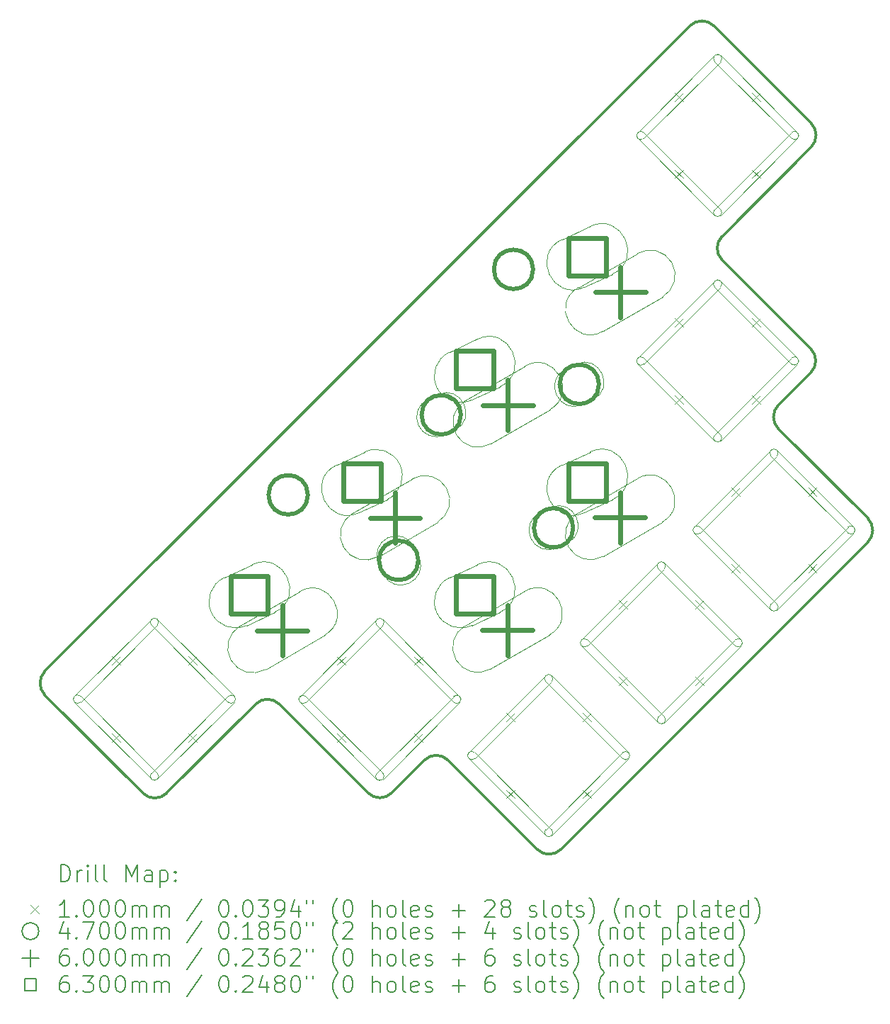
<source format=gbr>
%TF.GenerationSoftware,KiCad,Pcbnew,8.0.5*%
%TF.CreationDate,2024-09-18T07:34:31+09:00*%
%TF.ProjectId,SandyLP_Plate_Middle,53616e64-794c-4505-9f50-6c6174655f4d,v.0*%
%TF.SameCoordinates,Original*%
%TF.FileFunction,Drillmap*%
%TF.FilePolarity,Positive*%
%FSLAX45Y45*%
G04 Gerber Fmt 4.5, Leading zero omitted, Abs format (unit mm)*
G04 Created by KiCad (PCBNEW 8.0.5) date 2024-09-18 07:34:31*
%MOMM*%
%LPD*%
G01*
G04 APERTURE LIST*
%ADD10C,0.300000*%
%ADD11C,0.200000*%
%ADD12C,0.100000*%
%ADD13C,0.470000*%
%ADD14C,0.600000*%
%ADD15C,0.630000*%
G04 APERTURE END LIST*
D10*
X12261364Y-9713303D02*
X11088892Y-8540831D01*
X12544206Y-9713303D02*
X13609109Y-8648400D01*
X14952612Y-9709060D02*
X13891952Y-8648400D01*
X15235455Y-9709060D02*
X15626131Y-9318383D01*
X16974938Y-10384347D02*
X15908974Y-9318383D01*
X17257780Y-10384347D02*
X20929134Y-6712397D01*
X20929134Y-6429554D02*
X19859170Y-5359591D01*
X19859170Y-5076748D02*
X20247372Y-4687132D01*
X20247372Y-4404289D02*
X19186172Y-3343089D01*
X19186172Y-3060246D02*
X20251781Y-1993222D01*
X18802720Y-544161D02*
X11088892Y-8257988D01*
X20251781Y-1710379D02*
X19085563Y-544161D01*
X11088892Y-8540831D02*
G75*
G02*
X11088892Y-8257988I141421J141421D01*
G01*
X12544206Y-9713303D02*
G75*
G02*
X12261364Y-9713303I-141421J141421D01*
G01*
X13609109Y-8648400D02*
G75*
G02*
X13891952Y-8648400I141421J-141421D01*
G01*
X15235455Y-9709060D02*
G75*
G02*
X14952612Y-9709060I-141421J141421D01*
G01*
X15626131Y-9318383D02*
G75*
G02*
X15908974Y-9318383I141421J-141421D01*
G01*
X17257780Y-10384347D02*
G75*
G02*
X16974937Y-10384347I-141421J141421D01*
G01*
X19859170Y-5359591D02*
G75*
G02*
X19859172Y-5076750I141409J141420D01*
G01*
X20929134Y-6429554D02*
G75*
G02*
X20929135Y-6712397I-141423J-141422D01*
G01*
X19186172Y-3343089D02*
G75*
G02*
X19186171Y-3060246I141421J141422D01*
G01*
X20247372Y-4404289D02*
G75*
G02*
X20247374Y-4687134I-141434J-141423D01*
G01*
X18802720Y-544161D02*
G75*
G02*
X19085562Y-544161I141421J-141421D01*
G01*
X20251781Y-1710379D02*
G75*
G02*
X20251786Y-1993227I-141431J-141426D01*
G01*
D11*
D12*
X11888572Y-8080447D02*
X11988572Y-8180447D01*
X11988572Y-8080447D02*
X11888572Y-8180447D01*
X11514308Y-8625422D02*
X12433547Y-7706183D01*
X12362836Y-7635472D02*
G75*
G02*
X12433547Y-7706183I35355J-35355D01*
G01*
X12362836Y-7635472D02*
X11443597Y-8554711D01*
X11443597Y-8554711D02*
G75*
G03*
X11514308Y-8625422I35355J-35355D01*
G01*
X11888572Y-8999686D02*
X11988572Y-9099686D01*
X11988572Y-8999686D02*
X11888572Y-9099686D01*
X12433547Y-9473950D02*
X11514308Y-8554711D01*
X11443597Y-8625422D02*
G75*
G02*
X11514308Y-8554711I35355J35355D01*
G01*
X11443597Y-8625422D02*
X12362836Y-9544660D01*
X12362836Y-9544660D02*
G75*
G03*
X12433547Y-9473950I35355J35355D01*
G01*
X12807811Y-8080447D02*
X12907811Y-8180447D01*
X12907811Y-8080447D02*
X12807811Y-8180447D01*
X13352786Y-8554711D02*
X12433547Y-7635472D01*
X12362836Y-7706183D02*
G75*
G02*
X12433547Y-7635472I35355J35355D01*
G01*
X12362836Y-7706183D02*
X13282075Y-8625422D01*
X13282075Y-8625422D02*
G75*
G03*
X13352786Y-8554711I35355J35355D01*
G01*
X12807811Y-8999686D02*
X12907811Y-9099686D01*
X12907811Y-8999686D02*
X12807811Y-9099686D01*
X12433547Y-9544660D02*
X13352786Y-8625422D01*
X13282075Y-8554711D02*
G75*
G02*
X13352786Y-8625422I35355J-35355D01*
G01*
X13282075Y-8554711D02*
X12362836Y-9473950D01*
X12362836Y-9473950D02*
G75*
G03*
X12433547Y-9544660I35355J-35355D01*
G01*
X14584420Y-8082217D02*
X14684420Y-8182217D01*
X14684420Y-8082217D02*
X14584420Y-8182217D01*
X14210155Y-8627192D02*
X15129394Y-7707953D01*
X15058684Y-7637243D02*
G75*
G02*
X15129394Y-7707953I35355J-35355D01*
G01*
X15058684Y-7637243D02*
X14139445Y-8556482D01*
X14139445Y-8556482D02*
G75*
G03*
X14210155Y-8627192I35355J-35355D01*
G01*
X14584420Y-9001456D02*
X14684420Y-9101456D01*
X14684420Y-9001456D02*
X14584420Y-9101456D01*
X15129394Y-9475720D02*
X14210155Y-8556482D01*
X14139445Y-8627192D02*
G75*
G02*
X14210155Y-8556482I35355J35355D01*
G01*
X14139445Y-8627192D02*
X15058684Y-9546431D01*
X15058684Y-9546431D02*
G75*
G03*
X15129394Y-9475720I35355J35355D01*
G01*
X15503658Y-8082217D02*
X15603658Y-8182217D01*
X15603658Y-8082217D02*
X15503658Y-8182217D01*
X16048633Y-8556482D02*
X15129394Y-7637243D01*
X15058684Y-7707953D02*
G75*
G02*
X15129394Y-7637243I35355J35355D01*
G01*
X15058684Y-7707953D02*
X15977922Y-8627192D01*
X15977922Y-8627192D02*
G75*
G03*
X16048633Y-8556482I35355J35355D01*
G01*
X15503658Y-9001456D02*
X15603658Y-9101456D01*
X15603658Y-9001456D02*
X15503658Y-9101456D01*
X15129394Y-9546431D02*
X16048633Y-8627192D01*
X15977922Y-8556482D02*
G75*
G02*
X16048633Y-8627192I35355J-35355D01*
G01*
X15977922Y-8556482D02*
X15058684Y-9475720D01*
X15058684Y-9475720D02*
G75*
G03*
X15129394Y-9546431I35355J-35355D01*
G01*
X16603207Y-8753966D02*
X16703207Y-8853966D01*
X16703207Y-8753966D02*
X16603207Y-8853966D01*
X16228943Y-9298941D02*
X17148181Y-8379702D01*
X17077471Y-8308991D02*
G75*
G02*
X17148181Y-8379702I35355J-35355D01*
G01*
X17077471Y-8308991D02*
X16158232Y-9228230D01*
X16158232Y-9228230D02*
G75*
G03*
X16228943Y-9298941I35355J-35355D01*
G01*
X16603207Y-9673205D02*
X16703207Y-9773205D01*
X16703207Y-9673205D02*
X16603207Y-9773205D01*
X17148181Y-10147469D02*
X16228943Y-9228230D01*
X16158232Y-9298941D02*
G75*
G02*
X16228943Y-9228230I35355J35355D01*
G01*
X16158232Y-9298941D02*
X17077471Y-10218180D01*
X17077471Y-10218180D02*
G75*
G03*
X17148181Y-10147469I35355J35355D01*
G01*
X17522446Y-8753966D02*
X17622446Y-8853966D01*
X17622446Y-8753966D02*
X17522446Y-8853966D01*
X18067420Y-9228230D02*
X17148181Y-8308991D01*
X17077471Y-8379702D02*
G75*
G02*
X17148181Y-8308991I35355J35355D01*
G01*
X17077471Y-8379702D02*
X17996710Y-9298941D01*
X17996710Y-9298941D02*
G75*
G03*
X18067420Y-9228230I35355J35355D01*
G01*
X17522446Y-9673205D02*
X17622446Y-9773205D01*
X17622446Y-9673205D02*
X17522446Y-9773205D01*
X17148181Y-10218180D02*
X18067420Y-9298941D01*
X17996710Y-9228230D02*
G75*
G02*
X18067420Y-9298941I35355J-35355D01*
G01*
X17996710Y-9228230D02*
X17077471Y-10147469D01*
X17077471Y-10147469D02*
G75*
G03*
X17148181Y-10218180I35355J-35355D01*
G01*
X17950245Y-7406928D02*
X18050245Y-7506928D01*
X18050245Y-7406928D02*
X17950245Y-7506928D01*
X17575981Y-7951902D02*
X18495220Y-7032663D01*
X18424509Y-6961953D02*
G75*
G02*
X18495220Y-7032663I35355J-35355D01*
G01*
X18424509Y-6961953D02*
X17505270Y-7881192D01*
X17505270Y-7881192D02*
G75*
G03*
X17575981Y-7951902I35355J-35355D01*
G01*
X17950245Y-8326166D02*
X18050245Y-8426166D01*
X18050245Y-8326166D02*
X17950245Y-8426166D01*
X18495220Y-8800431D02*
X17575981Y-7881192D01*
X17505270Y-7951902D02*
G75*
G02*
X17575981Y-7881192I35355J35355D01*
G01*
X17505270Y-7951902D02*
X18424509Y-8871141D01*
X18424509Y-8871141D02*
G75*
G03*
X18495220Y-8800431I35355J35355D01*
G01*
X18623764Y-1345255D02*
X18723764Y-1445255D01*
X18723764Y-1345255D02*
X18623764Y-1445255D01*
X18249500Y-1890229D02*
X19168739Y-970991D01*
X19098028Y-900280D02*
G75*
G02*
X19168739Y-970991I35355J-35355D01*
G01*
X19098028Y-900280D02*
X18178790Y-1819519D01*
X18178790Y-1819519D02*
G75*
G03*
X18249500Y-1890229I35355J-35355D01*
G01*
X18623764Y-2264494D02*
X18723764Y-2364494D01*
X18723764Y-2264494D02*
X18623764Y-2364494D01*
X19168739Y-2738758D02*
X18249500Y-1819519D01*
X18178790Y-1890229D02*
G75*
G02*
X18249500Y-1819519I35355J35355D01*
G01*
X18178790Y-1890229D02*
X19098028Y-2809468D01*
X19098028Y-2809468D02*
G75*
G03*
X19168739Y-2738758I35355J35355D01*
G01*
X18623764Y-4039331D02*
X18723764Y-4139331D01*
X18723764Y-4039331D02*
X18623764Y-4139331D01*
X18249500Y-4584306D02*
X19168739Y-3665067D01*
X19098028Y-3594357D02*
G75*
G02*
X19168739Y-3665067I35355J-35355D01*
G01*
X19098028Y-3594357D02*
X18178790Y-4513596D01*
X18178790Y-4513596D02*
G75*
G03*
X18249500Y-4584306I35355J-35355D01*
G01*
X18623764Y-4958570D02*
X18723764Y-5058570D01*
X18723764Y-4958570D02*
X18623764Y-5058570D01*
X19168739Y-5432834D02*
X18249500Y-4513596D01*
X18178790Y-4584306D02*
G75*
G02*
X18249500Y-4513596I35355J35355D01*
G01*
X18178790Y-4584306D02*
X19098028Y-5503545D01*
X19098028Y-5503545D02*
G75*
G03*
X19168739Y-5432834I35355J35355D01*
G01*
X18869484Y-7406928D02*
X18969484Y-7506928D01*
X18969484Y-7406928D02*
X18869484Y-7506928D01*
X19414459Y-7881192D02*
X18495220Y-6961953D01*
X18424509Y-7032663D02*
G75*
G02*
X18495220Y-6961953I35355J35355D01*
G01*
X18424509Y-7032663D02*
X19343748Y-7951902D01*
X19343748Y-7951902D02*
G75*
G03*
X19414459Y-7881192I35355J35355D01*
G01*
X18869484Y-8326166D02*
X18969484Y-8426166D01*
X18969484Y-8326166D02*
X18869484Y-8426166D01*
X18495220Y-8871141D02*
X19414459Y-7951902D01*
X19343748Y-7881192D02*
G75*
G02*
X19414459Y-7951902I35355J-35355D01*
G01*
X19343748Y-7881192D02*
X18424509Y-8800431D01*
X18424509Y-8800431D02*
G75*
G03*
X18495220Y-8871141I35355J-35355D01*
G01*
X19297284Y-6059889D02*
X19397284Y-6159889D01*
X19397284Y-6059889D02*
X19297284Y-6159889D01*
X18923019Y-6604864D02*
X19842258Y-5685625D01*
X19771548Y-5614914D02*
G75*
G02*
X19842258Y-5685625I35355J-35355D01*
G01*
X19771548Y-5614914D02*
X18852309Y-6534153D01*
X18852309Y-6534153D02*
G75*
G03*
X18923019Y-6604864I35355J-35355D01*
G01*
X19297284Y-6979128D02*
X19397284Y-7079128D01*
X19397284Y-6979128D02*
X19297284Y-7079128D01*
X19842258Y-7453392D02*
X18923019Y-6534153D01*
X18852309Y-6604864D02*
G75*
G02*
X18923019Y-6534153I35355J35355D01*
G01*
X18852309Y-6604864D02*
X19771548Y-7524103D01*
X19771548Y-7524103D02*
G75*
G03*
X19842258Y-7453392I35355J35355D01*
G01*
X19543003Y-1345255D02*
X19643003Y-1445255D01*
X19643003Y-1345255D02*
X19543003Y-1445255D01*
X20087978Y-1819519D02*
X19168739Y-900280D01*
X19098028Y-970991D02*
G75*
G02*
X19168739Y-900280I35355J35355D01*
G01*
X19098028Y-970991D02*
X20017267Y-1890229D01*
X20017267Y-1890229D02*
G75*
G03*
X20087978Y-1819519I35355J35355D01*
G01*
X19543003Y-2264494D02*
X19643003Y-2364494D01*
X19643003Y-2264494D02*
X19543003Y-2364494D01*
X19168739Y-2809468D02*
X20087978Y-1890229D01*
X20017267Y-1819519D02*
G75*
G02*
X20087978Y-1890229I35355J-35355D01*
G01*
X20017267Y-1819519D02*
X19098028Y-2738758D01*
X19098028Y-2738758D02*
G75*
G03*
X19168739Y-2809468I35355J-35355D01*
G01*
X19543003Y-4039331D02*
X19643003Y-4139331D01*
X19643003Y-4039331D02*
X19543003Y-4139331D01*
X20087978Y-4513596D02*
X19168739Y-3594357D01*
X19098028Y-3665067D02*
G75*
G02*
X19168739Y-3594357I35355J35355D01*
G01*
X19098028Y-3665067D02*
X20017267Y-4584306D01*
X20017267Y-4584306D02*
G75*
G03*
X20087978Y-4513596I35355J35355D01*
G01*
X19543003Y-4958570D02*
X19643003Y-5058570D01*
X19643003Y-4958570D02*
X19543003Y-5058570D01*
X19168739Y-5503545D02*
X20087978Y-4584306D01*
X20017267Y-4513596D02*
G75*
G02*
X20087978Y-4584306I35355J-35355D01*
G01*
X20017267Y-4513596D02*
X19098028Y-5432834D01*
X19098028Y-5432834D02*
G75*
G03*
X19168739Y-5503545I35355J-35355D01*
G01*
X20216522Y-6059889D02*
X20316522Y-6159889D01*
X20316522Y-6059889D02*
X20216522Y-6159889D01*
X20761497Y-6534153D02*
X19842258Y-5614914D01*
X19771548Y-5685625D02*
G75*
G02*
X19842258Y-5614914I35355J35355D01*
G01*
X19771548Y-5685625D02*
X20690786Y-6604864D01*
X20690786Y-6604864D02*
G75*
G03*
X20761497Y-6534153I35355J35355D01*
G01*
X20216522Y-6979128D02*
X20316522Y-7079128D01*
X20316522Y-6979128D02*
X20216522Y-7079128D01*
X19842258Y-7524103D02*
X20761497Y-6604864D01*
X20690786Y-6534153D02*
G75*
G02*
X20761497Y-6604864I35355J-35355D01*
G01*
X20690786Y-6534153D02*
X19771548Y-7453392D01*
X19771548Y-7453392D02*
G75*
G03*
X19842258Y-7524103I35355J-35355D01*
G01*
D13*
X14232800Y-6148559D02*
G75*
G02*
X13762800Y-6148559I-235000J0D01*
G01*
X13762800Y-6148559D02*
G75*
G02*
X14232800Y-6148559I235000J0D01*
G01*
X15553543Y-6931901D02*
G75*
G02*
X15083543Y-6931901I-235000J0D01*
G01*
X15083543Y-6931901D02*
G75*
G02*
X15553543Y-6931901I235000J0D01*
G01*
D12*
X15078090Y-6972306D02*
X15133031Y-7090126D01*
X15558995Y-6891495D02*
G75*
G02*
X15133031Y-7090126I-212982J-99315D01*
G01*
X15558995Y-6891495D02*
X15504055Y-6773675D01*
X15504055Y-6773675D02*
G75*
G03*
X15078090Y-6972306I-212982J-99315D01*
G01*
D13*
X16062659Y-5192418D02*
G75*
G02*
X15592659Y-5192418I-235000J0D01*
G01*
X15592659Y-5192418D02*
G75*
G02*
X16062659Y-5192418I235000J0D01*
G01*
D12*
X15868065Y-5432871D02*
X15985885Y-5377930D01*
X15787254Y-4951966D02*
G75*
G02*
X15985885Y-5377930I99315J-212982D01*
G01*
X15787254Y-4951966D02*
X15669434Y-5006906D01*
X15669434Y-5006906D02*
G75*
G03*
X15868065Y-5432871I99315J-212982D01*
G01*
D13*
X16926877Y-3454482D02*
G75*
G02*
X16456877Y-3454482I-235000J0D01*
G01*
X16456877Y-3454482D02*
G75*
G02*
X16926877Y-3454482I235000J0D01*
G01*
X17406162Y-6542992D02*
G75*
G02*
X16936162Y-6542992I-235000J0D01*
G01*
X16936162Y-6542992D02*
G75*
G02*
X17406162Y-6542992I235000J0D01*
G01*
D12*
X17211568Y-6783445D02*
X17329388Y-6728504D01*
X17130757Y-6302540D02*
G75*
G02*
X17329388Y-6728504I99315J-212982D01*
G01*
X17130757Y-6302540D02*
X17012937Y-6357480D01*
X17012937Y-6357480D02*
G75*
G03*
X17211568Y-6783445I99315J-212982D01*
G01*
D13*
X17713754Y-4828258D02*
G75*
G02*
X17243754Y-4828258I-235000J0D01*
G01*
X17243754Y-4828258D02*
G75*
G02*
X17713754Y-4828258I235000J0D01*
G01*
D12*
X17519159Y-5068711D02*
X17636979Y-5013770D01*
X17438349Y-4587806D02*
G75*
G02*
X17636979Y-5013770I99315J-212982D01*
G01*
X17438349Y-4587806D02*
X17320529Y-4642746D01*
X17320529Y-4642746D02*
G75*
G03*
X17519159Y-5068711I99315J-212982D01*
G01*
D14*
X13929078Y-7469822D02*
X13929078Y-8069822D01*
X13629078Y-7769822D02*
X14229078Y-7769822D01*
D12*
X13724007Y-8234630D02*
X14434148Y-7824630D01*
X14134148Y-7305015D02*
G75*
G02*
X14434148Y-7824630I150000J-259808D01*
G01*
X14134148Y-7305015D02*
X13424007Y-7715015D01*
X13424007Y-7715015D02*
G75*
G03*
X13724007Y-8234630I150000J-259808D01*
G01*
D14*
X15276116Y-6122784D02*
X15276116Y-6722784D01*
X14976116Y-6422784D02*
X15576116Y-6422784D01*
D12*
X15071046Y-6887592D02*
X15781187Y-6477592D01*
X15481187Y-5957976D02*
G75*
G02*
X15781187Y-6477592I150000J-259808D01*
G01*
X15481187Y-5957976D02*
X14771046Y-6367976D01*
X14771046Y-6367976D02*
G75*
G03*
X15071046Y-6887592I150000J-259808D01*
G01*
D14*
X16619619Y-7466287D02*
X16619619Y-8066287D01*
X16319619Y-7766287D02*
X16919619Y-7766287D01*
D12*
X16414549Y-8231094D02*
X17124690Y-7821094D01*
X16824690Y-7301479D02*
G75*
G02*
X17124690Y-7821094I150000J-259808D01*
G01*
X16824690Y-7301479D02*
X16114549Y-7711479D01*
X16114549Y-7711479D02*
G75*
G03*
X16414549Y-8231094I150000J-259808D01*
G01*
D14*
X16623155Y-4775746D02*
X16623155Y-5375746D01*
X16323155Y-5075746D02*
X16923155Y-5075746D01*
D12*
X16418084Y-5540553D02*
X17128225Y-5130553D01*
X16828225Y-4610938D02*
G75*
G02*
X17128225Y-5130553I150000J-259808D01*
G01*
X16828225Y-4610938D02*
X16118084Y-5020938D01*
X16118084Y-5020938D02*
G75*
G03*
X16418084Y-5540553I150000J-259808D01*
G01*
D14*
X17966658Y-6119248D02*
X17966658Y-6719248D01*
X17666658Y-6419248D02*
X18266658Y-6419248D01*
D12*
X17761587Y-6884056D02*
X18471728Y-6474056D01*
X18171728Y-5954441D02*
G75*
G02*
X18471728Y-6474056I150000J-259808D01*
G01*
X18171728Y-5954441D02*
X17461587Y-6364441D01*
X17461587Y-6364441D02*
G75*
G03*
X17761587Y-6884056I150000J-259808D01*
G01*
D14*
X17970193Y-3428707D02*
X17970193Y-4028707D01*
X17670193Y-3728707D02*
X18270193Y-3728707D01*
D12*
X17765123Y-4193515D02*
X18475264Y-3783515D01*
X18175264Y-3263899D02*
G75*
G02*
X18475264Y-3783515I150000J-259808D01*
G01*
X18175264Y-3263899D02*
X17465123Y-3673899D01*
X17465123Y-3673899D02*
G75*
G03*
X17765123Y-4193515I150000J-259808D01*
G01*
D15*
X13755839Y-7568299D02*
X13755839Y-7122817D01*
X13310357Y-7122817D01*
X13310357Y-7568299D01*
X13755839Y-7568299D01*
D12*
X13498556Y-7709230D02*
X13833890Y-7552861D01*
X13567640Y-6981887D02*
G75*
G02*
X13833890Y-7552861I133125J-285487D01*
G01*
X13567640Y-6981887D02*
X13232306Y-7138256D01*
X13232306Y-7138256D02*
G75*
G03*
X13498556Y-7709230I133125J-285487D01*
G01*
D15*
X15102877Y-6221261D02*
X15102877Y-5775779D01*
X14657396Y-5775779D01*
X14657396Y-6221261D01*
X15102877Y-6221261D01*
D12*
X14845594Y-6362191D02*
X15180928Y-6205822D01*
X14914678Y-5634848D02*
G75*
G02*
X15180928Y-6205822I133125J-285487D01*
G01*
X14914679Y-5634849D02*
X14579345Y-5791217D01*
X14579345Y-5791217D02*
G75*
G03*
X14845594Y-6362191I133125J-285487D01*
G01*
D15*
X16449916Y-4874222D02*
X16449916Y-4428741D01*
X16004434Y-4428741D01*
X16004434Y-4874222D01*
X16449916Y-4874222D01*
D12*
X16192633Y-5015153D02*
X16527967Y-4858784D01*
X16261717Y-4287810D02*
G75*
G02*
X16527967Y-4858784I133125J-285487D01*
G01*
X16261717Y-4287810D02*
X15926383Y-4444179D01*
X15926383Y-4444179D02*
G75*
G03*
X16192633Y-5015153I133125J-285487D01*
G01*
D15*
X16449916Y-7568299D02*
X16449916Y-7122817D01*
X16004434Y-7122817D01*
X16004434Y-7568299D01*
X16449916Y-7568299D01*
D12*
X16192633Y-7709230D02*
X16527967Y-7552861D01*
X16261717Y-6981887D02*
G75*
G02*
X16527967Y-7552861I133125J-285487D01*
G01*
X16261717Y-6981887D02*
X15926383Y-7138256D01*
X15926383Y-7138256D02*
G75*
G03*
X16192633Y-7709230I133125J-285487D01*
G01*
D15*
X17796954Y-3527184D02*
X17796954Y-3081702D01*
X17351473Y-3081702D01*
X17351473Y-3527184D01*
X17796954Y-3527184D01*
D12*
X17539671Y-3668114D02*
X17875005Y-3511746D01*
X17608755Y-2940772D02*
G75*
G02*
X17875005Y-3511746I133125J-285487D01*
G01*
X17608756Y-2940772D02*
X17273422Y-3097140D01*
X17273422Y-3097140D02*
G75*
G03*
X17539671Y-3668114I133125J-285487D01*
G01*
D15*
X17796954Y-6221261D02*
X17796954Y-5775779D01*
X17351473Y-5775779D01*
X17351473Y-6221261D01*
X17796954Y-6221261D01*
D12*
X17539671Y-6362191D02*
X17875005Y-6205822D01*
X17608755Y-5634848D02*
G75*
G02*
X17875005Y-6205822I133125J-285487D01*
G01*
X17608756Y-5634849D02*
X17273422Y-5791217D01*
X17273422Y-5791217D02*
G75*
G03*
X17539671Y-6362191I133125J-285487D01*
G01*
D11*
X11276090Y-10769409D02*
X11276090Y-10569409D01*
X11276090Y-10569409D02*
X11323709Y-10569409D01*
X11323709Y-10569409D02*
X11352281Y-10578933D01*
X11352281Y-10578933D02*
X11371328Y-10597981D01*
X11371328Y-10597981D02*
X11380852Y-10617028D01*
X11380852Y-10617028D02*
X11390376Y-10655124D01*
X11390376Y-10655124D02*
X11390376Y-10683695D01*
X11390376Y-10683695D02*
X11380852Y-10721790D01*
X11380852Y-10721790D02*
X11371328Y-10740838D01*
X11371328Y-10740838D02*
X11352281Y-10759886D01*
X11352281Y-10759886D02*
X11323709Y-10769409D01*
X11323709Y-10769409D02*
X11276090Y-10769409D01*
X11476090Y-10769409D02*
X11476090Y-10636076D01*
X11476090Y-10674171D02*
X11485614Y-10655124D01*
X11485614Y-10655124D02*
X11495138Y-10645600D01*
X11495138Y-10645600D02*
X11514185Y-10636076D01*
X11514185Y-10636076D02*
X11533233Y-10636076D01*
X11599900Y-10769409D02*
X11599900Y-10636076D01*
X11599900Y-10569409D02*
X11590376Y-10578933D01*
X11590376Y-10578933D02*
X11599900Y-10588457D01*
X11599900Y-10588457D02*
X11609424Y-10578933D01*
X11609424Y-10578933D02*
X11599900Y-10569409D01*
X11599900Y-10569409D02*
X11599900Y-10588457D01*
X11723709Y-10769409D02*
X11704662Y-10759886D01*
X11704662Y-10759886D02*
X11695138Y-10740838D01*
X11695138Y-10740838D02*
X11695138Y-10569409D01*
X11828471Y-10769409D02*
X11809424Y-10759886D01*
X11809424Y-10759886D02*
X11799900Y-10740838D01*
X11799900Y-10740838D02*
X11799900Y-10569409D01*
X12057043Y-10769409D02*
X12057043Y-10569409D01*
X12057043Y-10569409D02*
X12123709Y-10712267D01*
X12123709Y-10712267D02*
X12190376Y-10569409D01*
X12190376Y-10569409D02*
X12190376Y-10769409D01*
X12371328Y-10769409D02*
X12371328Y-10664648D01*
X12371328Y-10664648D02*
X12361805Y-10645600D01*
X12361805Y-10645600D02*
X12342757Y-10636076D01*
X12342757Y-10636076D02*
X12304662Y-10636076D01*
X12304662Y-10636076D02*
X12285614Y-10645600D01*
X12371328Y-10759886D02*
X12352281Y-10769409D01*
X12352281Y-10769409D02*
X12304662Y-10769409D01*
X12304662Y-10769409D02*
X12285614Y-10759886D01*
X12285614Y-10759886D02*
X12276090Y-10740838D01*
X12276090Y-10740838D02*
X12276090Y-10721790D01*
X12276090Y-10721790D02*
X12285614Y-10702743D01*
X12285614Y-10702743D02*
X12304662Y-10693219D01*
X12304662Y-10693219D02*
X12352281Y-10693219D01*
X12352281Y-10693219D02*
X12371328Y-10683695D01*
X12466566Y-10636076D02*
X12466566Y-10836076D01*
X12466566Y-10645600D02*
X12485614Y-10636076D01*
X12485614Y-10636076D02*
X12523709Y-10636076D01*
X12523709Y-10636076D02*
X12542757Y-10645600D01*
X12542757Y-10645600D02*
X12552281Y-10655124D01*
X12552281Y-10655124D02*
X12561805Y-10674171D01*
X12561805Y-10674171D02*
X12561805Y-10731314D01*
X12561805Y-10731314D02*
X12552281Y-10750362D01*
X12552281Y-10750362D02*
X12542757Y-10759886D01*
X12542757Y-10759886D02*
X12523709Y-10769409D01*
X12523709Y-10769409D02*
X12485614Y-10769409D01*
X12485614Y-10769409D02*
X12466566Y-10759886D01*
X12647519Y-10750362D02*
X12657043Y-10759886D01*
X12657043Y-10759886D02*
X12647519Y-10769409D01*
X12647519Y-10769409D02*
X12637995Y-10759886D01*
X12637995Y-10759886D02*
X12647519Y-10750362D01*
X12647519Y-10750362D02*
X12647519Y-10769409D01*
X12647519Y-10645600D02*
X12657043Y-10655124D01*
X12657043Y-10655124D02*
X12647519Y-10664648D01*
X12647519Y-10664648D02*
X12637995Y-10655124D01*
X12637995Y-10655124D02*
X12647519Y-10645600D01*
X12647519Y-10645600D02*
X12647519Y-10664648D01*
D12*
X10915314Y-11047926D02*
X11015314Y-11147926D01*
X11015314Y-11047926D02*
X10915314Y-11147926D01*
D11*
X11380852Y-11189409D02*
X11266566Y-11189409D01*
X11323709Y-11189409D02*
X11323709Y-10989409D01*
X11323709Y-10989409D02*
X11304662Y-11017981D01*
X11304662Y-11017981D02*
X11285614Y-11037028D01*
X11285614Y-11037028D02*
X11266566Y-11046552D01*
X11466566Y-11170362D02*
X11476090Y-11179886D01*
X11476090Y-11179886D02*
X11466566Y-11189409D01*
X11466566Y-11189409D02*
X11457043Y-11179886D01*
X11457043Y-11179886D02*
X11466566Y-11170362D01*
X11466566Y-11170362D02*
X11466566Y-11189409D01*
X11599900Y-10989409D02*
X11618947Y-10989409D01*
X11618947Y-10989409D02*
X11637995Y-10998933D01*
X11637995Y-10998933D02*
X11647519Y-11008457D01*
X11647519Y-11008457D02*
X11657043Y-11027505D01*
X11657043Y-11027505D02*
X11666566Y-11065600D01*
X11666566Y-11065600D02*
X11666566Y-11113219D01*
X11666566Y-11113219D02*
X11657043Y-11151314D01*
X11657043Y-11151314D02*
X11647519Y-11170362D01*
X11647519Y-11170362D02*
X11637995Y-11179886D01*
X11637995Y-11179886D02*
X11618947Y-11189409D01*
X11618947Y-11189409D02*
X11599900Y-11189409D01*
X11599900Y-11189409D02*
X11580852Y-11179886D01*
X11580852Y-11179886D02*
X11571328Y-11170362D01*
X11571328Y-11170362D02*
X11561805Y-11151314D01*
X11561805Y-11151314D02*
X11552281Y-11113219D01*
X11552281Y-11113219D02*
X11552281Y-11065600D01*
X11552281Y-11065600D02*
X11561805Y-11027505D01*
X11561805Y-11027505D02*
X11571328Y-11008457D01*
X11571328Y-11008457D02*
X11580852Y-10998933D01*
X11580852Y-10998933D02*
X11599900Y-10989409D01*
X11790376Y-10989409D02*
X11809424Y-10989409D01*
X11809424Y-10989409D02*
X11828471Y-10998933D01*
X11828471Y-10998933D02*
X11837995Y-11008457D01*
X11837995Y-11008457D02*
X11847519Y-11027505D01*
X11847519Y-11027505D02*
X11857043Y-11065600D01*
X11857043Y-11065600D02*
X11857043Y-11113219D01*
X11857043Y-11113219D02*
X11847519Y-11151314D01*
X11847519Y-11151314D02*
X11837995Y-11170362D01*
X11837995Y-11170362D02*
X11828471Y-11179886D01*
X11828471Y-11179886D02*
X11809424Y-11189409D01*
X11809424Y-11189409D02*
X11790376Y-11189409D01*
X11790376Y-11189409D02*
X11771328Y-11179886D01*
X11771328Y-11179886D02*
X11761805Y-11170362D01*
X11761805Y-11170362D02*
X11752281Y-11151314D01*
X11752281Y-11151314D02*
X11742757Y-11113219D01*
X11742757Y-11113219D02*
X11742757Y-11065600D01*
X11742757Y-11065600D02*
X11752281Y-11027505D01*
X11752281Y-11027505D02*
X11761805Y-11008457D01*
X11761805Y-11008457D02*
X11771328Y-10998933D01*
X11771328Y-10998933D02*
X11790376Y-10989409D01*
X11980852Y-10989409D02*
X11999900Y-10989409D01*
X11999900Y-10989409D02*
X12018947Y-10998933D01*
X12018947Y-10998933D02*
X12028471Y-11008457D01*
X12028471Y-11008457D02*
X12037995Y-11027505D01*
X12037995Y-11027505D02*
X12047519Y-11065600D01*
X12047519Y-11065600D02*
X12047519Y-11113219D01*
X12047519Y-11113219D02*
X12037995Y-11151314D01*
X12037995Y-11151314D02*
X12028471Y-11170362D01*
X12028471Y-11170362D02*
X12018947Y-11179886D01*
X12018947Y-11179886D02*
X11999900Y-11189409D01*
X11999900Y-11189409D02*
X11980852Y-11189409D01*
X11980852Y-11189409D02*
X11961805Y-11179886D01*
X11961805Y-11179886D02*
X11952281Y-11170362D01*
X11952281Y-11170362D02*
X11942757Y-11151314D01*
X11942757Y-11151314D02*
X11933233Y-11113219D01*
X11933233Y-11113219D02*
X11933233Y-11065600D01*
X11933233Y-11065600D02*
X11942757Y-11027505D01*
X11942757Y-11027505D02*
X11952281Y-11008457D01*
X11952281Y-11008457D02*
X11961805Y-10998933D01*
X11961805Y-10998933D02*
X11980852Y-10989409D01*
X12133233Y-11189409D02*
X12133233Y-11056076D01*
X12133233Y-11075124D02*
X12142757Y-11065600D01*
X12142757Y-11065600D02*
X12161805Y-11056076D01*
X12161805Y-11056076D02*
X12190376Y-11056076D01*
X12190376Y-11056076D02*
X12209424Y-11065600D01*
X12209424Y-11065600D02*
X12218947Y-11084648D01*
X12218947Y-11084648D02*
X12218947Y-11189409D01*
X12218947Y-11084648D02*
X12228471Y-11065600D01*
X12228471Y-11065600D02*
X12247519Y-11056076D01*
X12247519Y-11056076D02*
X12276090Y-11056076D01*
X12276090Y-11056076D02*
X12295138Y-11065600D01*
X12295138Y-11065600D02*
X12304662Y-11084648D01*
X12304662Y-11084648D02*
X12304662Y-11189409D01*
X12399900Y-11189409D02*
X12399900Y-11056076D01*
X12399900Y-11075124D02*
X12409424Y-11065600D01*
X12409424Y-11065600D02*
X12428471Y-11056076D01*
X12428471Y-11056076D02*
X12457043Y-11056076D01*
X12457043Y-11056076D02*
X12476090Y-11065600D01*
X12476090Y-11065600D02*
X12485614Y-11084648D01*
X12485614Y-11084648D02*
X12485614Y-11189409D01*
X12485614Y-11084648D02*
X12495138Y-11065600D01*
X12495138Y-11065600D02*
X12514186Y-11056076D01*
X12514186Y-11056076D02*
X12542757Y-11056076D01*
X12542757Y-11056076D02*
X12561805Y-11065600D01*
X12561805Y-11065600D02*
X12571328Y-11084648D01*
X12571328Y-11084648D02*
X12571328Y-11189409D01*
X12961805Y-10979886D02*
X12790376Y-11237028D01*
X13218948Y-10989409D02*
X13237995Y-10989409D01*
X13237995Y-10989409D02*
X13257043Y-10998933D01*
X13257043Y-10998933D02*
X13266567Y-11008457D01*
X13266567Y-11008457D02*
X13276090Y-11027505D01*
X13276090Y-11027505D02*
X13285614Y-11065600D01*
X13285614Y-11065600D02*
X13285614Y-11113219D01*
X13285614Y-11113219D02*
X13276090Y-11151314D01*
X13276090Y-11151314D02*
X13266567Y-11170362D01*
X13266567Y-11170362D02*
X13257043Y-11179886D01*
X13257043Y-11179886D02*
X13237995Y-11189409D01*
X13237995Y-11189409D02*
X13218948Y-11189409D01*
X13218948Y-11189409D02*
X13199900Y-11179886D01*
X13199900Y-11179886D02*
X13190376Y-11170362D01*
X13190376Y-11170362D02*
X13180852Y-11151314D01*
X13180852Y-11151314D02*
X13171329Y-11113219D01*
X13171329Y-11113219D02*
X13171329Y-11065600D01*
X13171329Y-11065600D02*
X13180852Y-11027505D01*
X13180852Y-11027505D02*
X13190376Y-11008457D01*
X13190376Y-11008457D02*
X13199900Y-10998933D01*
X13199900Y-10998933D02*
X13218948Y-10989409D01*
X13371329Y-11170362D02*
X13380852Y-11179886D01*
X13380852Y-11179886D02*
X13371329Y-11189409D01*
X13371329Y-11189409D02*
X13361805Y-11179886D01*
X13361805Y-11179886D02*
X13371329Y-11170362D01*
X13371329Y-11170362D02*
X13371329Y-11189409D01*
X13504662Y-10989409D02*
X13523710Y-10989409D01*
X13523710Y-10989409D02*
X13542757Y-10998933D01*
X13542757Y-10998933D02*
X13552281Y-11008457D01*
X13552281Y-11008457D02*
X13561805Y-11027505D01*
X13561805Y-11027505D02*
X13571329Y-11065600D01*
X13571329Y-11065600D02*
X13571329Y-11113219D01*
X13571329Y-11113219D02*
X13561805Y-11151314D01*
X13561805Y-11151314D02*
X13552281Y-11170362D01*
X13552281Y-11170362D02*
X13542757Y-11179886D01*
X13542757Y-11179886D02*
X13523710Y-11189409D01*
X13523710Y-11189409D02*
X13504662Y-11189409D01*
X13504662Y-11189409D02*
X13485614Y-11179886D01*
X13485614Y-11179886D02*
X13476090Y-11170362D01*
X13476090Y-11170362D02*
X13466567Y-11151314D01*
X13466567Y-11151314D02*
X13457043Y-11113219D01*
X13457043Y-11113219D02*
X13457043Y-11065600D01*
X13457043Y-11065600D02*
X13466567Y-11027505D01*
X13466567Y-11027505D02*
X13476090Y-11008457D01*
X13476090Y-11008457D02*
X13485614Y-10998933D01*
X13485614Y-10998933D02*
X13504662Y-10989409D01*
X13637995Y-10989409D02*
X13761805Y-10989409D01*
X13761805Y-10989409D02*
X13695138Y-11065600D01*
X13695138Y-11065600D02*
X13723710Y-11065600D01*
X13723710Y-11065600D02*
X13742757Y-11075124D01*
X13742757Y-11075124D02*
X13752281Y-11084648D01*
X13752281Y-11084648D02*
X13761805Y-11103695D01*
X13761805Y-11103695D02*
X13761805Y-11151314D01*
X13761805Y-11151314D02*
X13752281Y-11170362D01*
X13752281Y-11170362D02*
X13742757Y-11179886D01*
X13742757Y-11179886D02*
X13723710Y-11189409D01*
X13723710Y-11189409D02*
X13666567Y-11189409D01*
X13666567Y-11189409D02*
X13647519Y-11179886D01*
X13647519Y-11179886D02*
X13637995Y-11170362D01*
X13857043Y-11189409D02*
X13895138Y-11189409D01*
X13895138Y-11189409D02*
X13914186Y-11179886D01*
X13914186Y-11179886D02*
X13923710Y-11170362D01*
X13923710Y-11170362D02*
X13942757Y-11141790D01*
X13942757Y-11141790D02*
X13952281Y-11103695D01*
X13952281Y-11103695D02*
X13952281Y-11027505D01*
X13952281Y-11027505D02*
X13942757Y-11008457D01*
X13942757Y-11008457D02*
X13933233Y-10998933D01*
X13933233Y-10998933D02*
X13914186Y-10989409D01*
X13914186Y-10989409D02*
X13876090Y-10989409D01*
X13876090Y-10989409D02*
X13857043Y-10998933D01*
X13857043Y-10998933D02*
X13847519Y-11008457D01*
X13847519Y-11008457D02*
X13837995Y-11027505D01*
X13837995Y-11027505D02*
X13837995Y-11075124D01*
X13837995Y-11075124D02*
X13847519Y-11094171D01*
X13847519Y-11094171D02*
X13857043Y-11103695D01*
X13857043Y-11103695D02*
X13876090Y-11113219D01*
X13876090Y-11113219D02*
X13914186Y-11113219D01*
X13914186Y-11113219D02*
X13933233Y-11103695D01*
X13933233Y-11103695D02*
X13942757Y-11094171D01*
X13942757Y-11094171D02*
X13952281Y-11075124D01*
X14123710Y-11056076D02*
X14123710Y-11189409D01*
X14076090Y-10979886D02*
X14028471Y-11122743D01*
X14028471Y-11122743D02*
X14152281Y-11122743D01*
X14218948Y-10989409D02*
X14218948Y-11027505D01*
X14295138Y-10989409D02*
X14295138Y-11027505D01*
X14590376Y-11265600D02*
X14580852Y-11256076D01*
X14580852Y-11256076D02*
X14561805Y-11227505D01*
X14561805Y-11227505D02*
X14552281Y-11208457D01*
X14552281Y-11208457D02*
X14542757Y-11179886D01*
X14542757Y-11179886D02*
X14533233Y-11132267D01*
X14533233Y-11132267D02*
X14533233Y-11094171D01*
X14533233Y-11094171D02*
X14542757Y-11046552D01*
X14542757Y-11046552D02*
X14552281Y-11017981D01*
X14552281Y-11017981D02*
X14561805Y-10998933D01*
X14561805Y-10998933D02*
X14580852Y-10970362D01*
X14580852Y-10970362D02*
X14590376Y-10960838D01*
X14704662Y-10989409D02*
X14723710Y-10989409D01*
X14723710Y-10989409D02*
X14742757Y-10998933D01*
X14742757Y-10998933D02*
X14752281Y-11008457D01*
X14752281Y-11008457D02*
X14761805Y-11027505D01*
X14761805Y-11027505D02*
X14771329Y-11065600D01*
X14771329Y-11065600D02*
X14771329Y-11113219D01*
X14771329Y-11113219D02*
X14761805Y-11151314D01*
X14761805Y-11151314D02*
X14752281Y-11170362D01*
X14752281Y-11170362D02*
X14742757Y-11179886D01*
X14742757Y-11179886D02*
X14723710Y-11189409D01*
X14723710Y-11189409D02*
X14704662Y-11189409D01*
X14704662Y-11189409D02*
X14685614Y-11179886D01*
X14685614Y-11179886D02*
X14676091Y-11170362D01*
X14676091Y-11170362D02*
X14666567Y-11151314D01*
X14666567Y-11151314D02*
X14657043Y-11113219D01*
X14657043Y-11113219D02*
X14657043Y-11065600D01*
X14657043Y-11065600D02*
X14666567Y-11027505D01*
X14666567Y-11027505D02*
X14676091Y-11008457D01*
X14676091Y-11008457D02*
X14685614Y-10998933D01*
X14685614Y-10998933D02*
X14704662Y-10989409D01*
X15009424Y-11189409D02*
X15009424Y-10989409D01*
X15095138Y-11189409D02*
X15095138Y-11084648D01*
X15095138Y-11084648D02*
X15085614Y-11065600D01*
X15085614Y-11065600D02*
X15066567Y-11056076D01*
X15066567Y-11056076D02*
X15037995Y-11056076D01*
X15037995Y-11056076D02*
X15018948Y-11065600D01*
X15018948Y-11065600D02*
X15009424Y-11075124D01*
X15218948Y-11189409D02*
X15199900Y-11179886D01*
X15199900Y-11179886D02*
X15190376Y-11170362D01*
X15190376Y-11170362D02*
X15180853Y-11151314D01*
X15180853Y-11151314D02*
X15180853Y-11094171D01*
X15180853Y-11094171D02*
X15190376Y-11075124D01*
X15190376Y-11075124D02*
X15199900Y-11065600D01*
X15199900Y-11065600D02*
X15218948Y-11056076D01*
X15218948Y-11056076D02*
X15247519Y-11056076D01*
X15247519Y-11056076D02*
X15266567Y-11065600D01*
X15266567Y-11065600D02*
X15276091Y-11075124D01*
X15276091Y-11075124D02*
X15285614Y-11094171D01*
X15285614Y-11094171D02*
X15285614Y-11151314D01*
X15285614Y-11151314D02*
X15276091Y-11170362D01*
X15276091Y-11170362D02*
X15266567Y-11179886D01*
X15266567Y-11179886D02*
X15247519Y-11189409D01*
X15247519Y-11189409D02*
X15218948Y-11189409D01*
X15399900Y-11189409D02*
X15380853Y-11179886D01*
X15380853Y-11179886D02*
X15371329Y-11160838D01*
X15371329Y-11160838D02*
X15371329Y-10989409D01*
X15552281Y-11179886D02*
X15533234Y-11189409D01*
X15533234Y-11189409D02*
X15495138Y-11189409D01*
X15495138Y-11189409D02*
X15476091Y-11179886D01*
X15476091Y-11179886D02*
X15466567Y-11160838D01*
X15466567Y-11160838D02*
X15466567Y-11084648D01*
X15466567Y-11084648D02*
X15476091Y-11065600D01*
X15476091Y-11065600D02*
X15495138Y-11056076D01*
X15495138Y-11056076D02*
X15533234Y-11056076D01*
X15533234Y-11056076D02*
X15552281Y-11065600D01*
X15552281Y-11065600D02*
X15561805Y-11084648D01*
X15561805Y-11084648D02*
X15561805Y-11103695D01*
X15561805Y-11103695D02*
X15466567Y-11122743D01*
X15637995Y-11179886D02*
X15657043Y-11189409D01*
X15657043Y-11189409D02*
X15695138Y-11189409D01*
X15695138Y-11189409D02*
X15714186Y-11179886D01*
X15714186Y-11179886D02*
X15723710Y-11160838D01*
X15723710Y-11160838D02*
X15723710Y-11151314D01*
X15723710Y-11151314D02*
X15714186Y-11132267D01*
X15714186Y-11132267D02*
X15695138Y-11122743D01*
X15695138Y-11122743D02*
X15666567Y-11122743D01*
X15666567Y-11122743D02*
X15647519Y-11113219D01*
X15647519Y-11113219D02*
X15637995Y-11094171D01*
X15637995Y-11094171D02*
X15637995Y-11084648D01*
X15637995Y-11084648D02*
X15647519Y-11065600D01*
X15647519Y-11065600D02*
X15666567Y-11056076D01*
X15666567Y-11056076D02*
X15695138Y-11056076D01*
X15695138Y-11056076D02*
X15714186Y-11065600D01*
X15961805Y-11113219D02*
X16114186Y-11113219D01*
X16037996Y-11189409D02*
X16037996Y-11037028D01*
X16352281Y-11008457D02*
X16361805Y-10998933D01*
X16361805Y-10998933D02*
X16380853Y-10989409D01*
X16380853Y-10989409D02*
X16428472Y-10989409D01*
X16428472Y-10989409D02*
X16447519Y-10998933D01*
X16447519Y-10998933D02*
X16457043Y-11008457D01*
X16457043Y-11008457D02*
X16466567Y-11027505D01*
X16466567Y-11027505D02*
X16466567Y-11046552D01*
X16466567Y-11046552D02*
X16457043Y-11075124D01*
X16457043Y-11075124D02*
X16342757Y-11189409D01*
X16342757Y-11189409D02*
X16466567Y-11189409D01*
X16580853Y-11075124D02*
X16561805Y-11065600D01*
X16561805Y-11065600D02*
X16552281Y-11056076D01*
X16552281Y-11056076D02*
X16542757Y-11037028D01*
X16542757Y-11037028D02*
X16542757Y-11027505D01*
X16542757Y-11027505D02*
X16552281Y-11008457D01*
X16552281Y-11008457D02*
X16561805Y-10998933D01*
X16561805Y-10998933D02*
X16580853Y-10989409D01*
X16580853Y-10989409D02*
X16618948Y-10989409D01*
X16618948Y-10989409D02*
X16637996Y-10998933D01*
X16637996Y-10998933D02*
X16647519Y-11008457D01*
X16647519Y-11008457D02*
X16657043Y-11027505D01*
X16657043Y-11027505D02*
X16657043Y-11037028D01*
X16657043Y-11037028D02*
X16647519Y-11056076D01*
X16647519Y-11056076D02*
X16637996Y-11065600D01*
X16637996Y-11065600D02*
X16618948Y-11075124D01*
X16618948Y-11075124D02*
X16580853Y-11075124D01*
X16580853Y-11075124D02*
X16561805Y-11084648D01*
X16561805Y-11084648D02*
X16552281Y-11094171D01*
X16552281Y-11094171D02*
X16542757Y-11113219D01*
X16542757Y-11113219D02*
X16542757Y-11151314D01*
X16542757Y-11151314D02*
X16552281Y-11170362D01*
X16552281Y-11170362D02*
X16561805Y-11179886D01*
X16561805Y-11179886D02*
X16580853Y-11189409D01*
X16580853Y-11189409D02*
X16618948Y-11189409D01*
X16618948Y-11189409D02*
X16637996Y-11179886D01*
X16637996Y-11179886D02*
X16647519Y-11170362D01*
X16647519Y-11170362D02*
X16657043Y-11151314D01*
X16657043Y-11151314D02*
X16657043Y-11113219D01*
X16657043Y-11113219D02*
X16647519Y-11094171D01*
X16647519Y-11094171D02*
X16637996Y-11084648D01*
X16637996Y-11084648D02*
X16618948Y-11075124D01*
X16885615Y-11179886D02*
X16904662Y-11189409D01*
X16904662Y-11189409D02*
X16942758Y-11189409D01*
X16942758Y-11189409D02*
X16961805Y-11179886D01*
X16961805Y-11179886D02*
X16971329Y-11160838D01*
X16971329Y-11160838D02*
X16971329Y-11151314D01*
X16971329Y-11151314D02*
X16961805Y-11132267D01*
X16961805Y-11132267D02*
X16942758Y-11122743D01*
X16942758Y-11122743D02*
X16914186Y-11122743D01*
X16914186Y-11122743D02*
X16895139Y-11113219D01*
X16895139Y-11113219D02*
X16885615Y-11094171D01*
X16885615Y-11094171D02*
X16885615Y-11084648D01*
X16885615Y-11084648D02*
X16895139Y-11065600D01*
X16895139Y-11065600D02*
X16914186Y-11056076D01*
X16914186Y-11056076D02*
X16942758Y-11056076D01*
X16942758Y-11056076D02*
X16961805Y-11065600D01*
X17085615Y-11189409D02*
X17066567Y-11179886D01*
X17066567Y-11179886D02*
X17057043Y-11160838D01*
X17057043Y-11160838D02*
X17057043Y-10989409D01*
X17190377Y-11189409D02*
X17171329Y-11179886D01*
X17171329Y-11179886D02*
X17161805Y-11170362D01*
X17161805Y-11170362D02*
X17152281Y-11151314D01*
X17152281Y-11151314D02*
X17152281Y-11094171D01*
X17152281Y-11094171D02*
X17161805Y-11075124D01*
X17161805Y-11075124D02*
X17171329Y-11065600D01*
X17171329Y-11065600D02*
X17190377Y-11056076D01*
X17190377Y-11056076D02*
X17218948Y-11056076D01*
X17218948Y-11056076D02*
X17237996Y-11065600D01*
X17237996Y-11065600D02*
X17247520Y-11075124D01*
X17247520Y-11075124D02*
X17257043Y-11094171D01*
X17257043Y-11094171D02*
X17257043Y-11151314D01*
X17257043Y-11151314D02*
X17247520Y-11170362D01*
X17247520Y-11170362D02*
X17237996Y-11179886D01*
X17237996Y-11179886D02*
X17218948Y-11189409D01*
X17218948Y-11189409D02*
X17190377Y-11189409D01*
X17314186Y-11056076D02*
X17390377Y-11056076D01*
X17342758Y-10989409D02*
X17342758Y-11160838D01*
X17342758Y-11160838D02*
X17352281Y-11179886D01*
X17352281Y-11179886D02*
X17371329Y-11189409D01*
X17371329Y-11189409D02*
X17390377Y-11189409D01*
X17447520Y-11179886D02*
X17466567Y-11189409D01*
X17466567Y-11189409D02*
X17504662Y-11189409D01*
X17504662Y-11189409D02*
X17523710Y-11179886D01*
X17523710Y-11179886D02*
X17533234Y-11160838D01*
X17533234Y-11160838D02*
X17533234Y-11151314D01*
X17533234Y-11151314D02*
X17523710Y-11132267D01*
X17523710Y-11132267D02*
X17504662Y-11122743D01*
X17504662Y-11122743D02*
X17476091Y-11122743D01*
X17476091Y-11122743D02*
X17457043Y-11113219D01*
X17457043Y-11113219D02*
X17447520Y-11094171D01*
X17447520Y-11094171D02*
X17447520Y-11084648D01*
X17447520Y-11084648D02*
X17457043Y-11065600D01*
X17457043Y-11065600D02*
X17476091Y-11056076D01*
X17476091Y-11056076D02*
X17504662Y-11056076D01*
X17504662Y-11056076D02*
X17523710Y-11065600D01*
X17599901Y-11265600D02*
X17609424Y-11256076D01*
X17609424Y-11256076D02*
X17628472Y-11227505D01*
X17628472Y-11227505D02*
X17637996Y-11208457D01*
X17637996Y-11208457D02*
X17647520Y-11179886D01*
X17647520Y-11179886D02*
X17657043Y-11132267D01*
X17657043Y-11132267D02*
X17657043Y-11094171D01*
X17657043Y-11094171D02*
X17647520Y-11046552D01*
X17647520Y-11046552D02*
X17637996Y-11017981D01*
X17637996Y-11017981D02*
X17628472Y-10998933D01*
X17628472Y-10998933D02*
X17609424Y-10970362D01*
X17609424Y-10970362D02*
X17599901Y-10960838D01*
X17961805Y-11265600D02*
X17952281Y-11256076D01*
X17952281Y-11256076D02*
X17933234Y-11227505D01*
X17933234Y-11227505D02*
X17923710Y-11208457D01*
X17923710Y-11208457D02*
X17914186Y-11179886D01*
X17914186Y-11179886D02*
X17904662Y-11132267D01*
X17904662Y-11132267D02*
X17904662Y-11094171D01*
X17904662Y-11094171D02*
X17914186Y-11046552D01*
X17914186Y-11046552D02*
X17923710Y-11017981D01*
X17923710Y-11017981D02*
X17933234Y-10998933D01*
X17933234Y-10998933D02*
X17952281Y-10970362D01*
X17952281Y-10970362D02*
X17961805Y-10960838D01*
X18037996Y-11056076D02*
X18037996Y-11189409D01*
X18037996Y-11075124D02*
X18047520Y-11065600D01*
X18047520Y-11065600D02*
X18066567Y-11056076D01*
X18066567Y-11056076D02*
X18095139Y-11056076D01*
X18095139Y-11056076D02*
X18114186Y-11065600D01*
X18114186Y-11065600D02*
X18123710Y-11084648D01*
X18123710Y-11084648D02*
X18123710Y-11189409D01*
X18247520Y-11189409D02*
X18228472Y-11179886D01*
X18228472Y-11179886D02*
X18218948Y-11170362D01*
X18218948Y-11170362D02*
X18209424Y-11151314D01*
X18209424Y-11151314D02*
X18209424Y-11094171D01*
X18209424Y-11094171D02*
X18218948Y-11075124D01*
X18218948Y-11075124D02*
X18228472Y-11065600D01*
X18228472Y-11065600D02*
X18247520Y-11056076D01*
X18247520Y-11056076D02*
X18276091Y-11056076D01*
X18276091Y-11056076D02*
X18295139Y-11065600D01*
X18295139Y-11065600D02*
X18304662Y-11075124D01*
X18304662Y-11075124D02*
X18314186Y-11094171D01*
X18314186Y-11094171D02*
X18314186Y-11151314D01*
X18314186Y-11151314D02*
X18304662Y-11170362D01*
X18304662Y-11170362D02*
X18295139Y-11179886D01*
X18295139Y-11179886D02*
X18276091Y-11189409D01*
X18276091Y-11189409D02*
X18247520Y-11189409D01*
X18371329Y-11056076D02*
X18447520Y-11056076D01*
X18399901Y-10989409D02*
X18399901Y-11160838D01*
X18399901Y-11160838D02*
X18409424Y-11179886D01*
X18409424Y-11179886D02*
X18428472Y-11189409D01*
X18428472Y-11189409D02*
X18447520Y-11189409D01*
X18666567Y-11056076D02*
X18666567Y-11256076D01*
X18666567Y-11065600D02*
X18685615Y-11056076D01*
X18685615Y-11056076D02*
X18723710Y-11056076D01*
X18723710Y-11056076D02*
X18742758Y-11065600D01*
X18742758Y-11065600D02*
X18752282Y-11075124D01*
X18752282Y-11075124D02*
X18761805Y-11094171D01*
X18761805Y-11094171D02*
X18761805Y-11151314D01*
X18761805Y-11151314D02*
X18752282Y-11170362D01*
X18752282Y-11170362D02*
X18742758Y-11179886D01*
X18742758Y-11179886D02*
X18723710Y-11189409D01*
X18723710Y-11189409D02*
X18685615Y-11189409D01*
X18685615Y-11189409D02*
X18666567Y-11179886D01*
X18876091Y-11189409D02*
X18857043Y-11179886D01*
X18857043Y-11179886D02*
X18847520Y-11160838D01*
X18847520Y-11160838D02*
X18847520Y-10989409D01*
X19037996Y-11189409D02*
X19037996Y-11084648D01*
X19037996Y-11084648D02*
X19028472Y-11065600D01*
X19028472Y-11065600D02*
X19009424Y-11056076D01*
X19009424Y-11056076D02*
X18971329Y-11056076D01*
X18971329Y-11056076D02*
X18952282Y-11065600D01*
X19037996Y-11179886D02*
X19018948Y-11189409D01*
X19018948Y-11189409D02*
X18971329Y-11189409D01*
X18971329Y-11189409D02*
X18952282Y-11179886D01*
X18952282Y-11179886D02*
X18942758Y-11160838D01*
X18942758Y-11160838D02*
X18942758Y-11141790D01*
X18942758Y-11141790D02*
X18952282Y-11122743D01*
X18952282Y-11122743D02*
X18971329Y-11113219D01*
X18971329Y-11113219D02*
X19018948Y-11113219D01*
X19018948Y-11113219D02*
X19037996Y-11103695D01*
X19104663Y-11056076D02*
X19180853Y-11056076D01*
X19133234Y-10989409D02*
X19133234Y-11160838D01*
X19133234Y-11160838D02*
X19142758Y-11179886D01*
X19142758Y-11179886D02*
X19161805Y-11189409D01*
X19161805Y-11189409D02*
X19180853Y-11189409D01*
X19323710Y-11179886D02*
X19304663Y-11189409D01*
X19304663Y-11189409D02*
X19266567Y-11189409D01*
X19266567Y-11189409D02*
X19247520Y-11179886D01*
X19247520Y-11179886D02*
X19237996Y-11160838D01*
X19237996Y-11160838D02*
X19237996Y-11084648D01*
X19237996Y-11084648D02*
X19247520Y-11065600D01*
X19247520Y-11065600D02*
X19266567Y-11056076D01*
X19266567Y-11056076D02*
X19304663Y-11056076D01*
X19304663Y-11056076D02*
X19323710Y-11065600D01*
X19323710Y-11065600D02*
X19333234Y-11084648D01*
X19333234Y-11084648D02*
X19333234Y-11103695D01*
X19333234Y-11103695D02*
X19237996Y-11122743D01*
X19504663Y-11189409D02*
X19504663Y-10989409D01*
X19504663Y-11179886D02*
X19485615Y-11189409D01*
X19485615Y-11189409D02*
X19447520Y-11189409D01*
X19447520Y-11189409D02*
X19428472Y-11179886D01*
X19428472Y-11179886D02*
X19418948Y-11170362D01*
X19418948Y-11170362D02*
X19409424Y-11151314D01*
X19409424Y-11151314D02*
X19409424Y-11094171D01*
X19409424Y-11094171D02*
X19418948Y-11075124D01*
X19418948Y-11075124D02*
X19428472Y-11065600D01*
X19428472Y-11065600D02*
X19447520Y-11056076D01*
X19447520Y-11056076D02*
X19485615Y-11056076D01*
X19485615Y-11056076D02*
X19504663Y-11065600D01*
X19580853Y-11265600D02*
X19590377Y-11256076D01*
X19590377Y-11256076D02*
X19609424Y-11227505D01*
X19609424Y-11227505D02*
X19618948Y-11208457D01*
X19618948Y-11208457D02*
X19628472Y-11179886D01*
X19628472Y-11179886D02*
X19637996Y-11132267D01*
X19637996Y-11132267D02*
X19637996Y-11094171D01*
X19637996Y-11094171D02*
X19628472Y-11046552D01*
X19628472Y-11046552D02*
X19618948Y-11017981D01*
X19618948Y-11017981D02*
X19609424Y-10998933D01*
X19609424Y-10998933D02*
X19590377Y-10970362D01*
X19590377Y-10970362D02*
X19580853Y-10960838D01*
X11015314Y-11361926D02*
G75*
G02*
X10815314Y-11361926I-100000J0D01*
G01*
X10815314Y-11361926D02*
G75*
G02*
X11015314Y-11361926I100000J0D01*
G01*
X11361805Y-11320076D02*
X11361805Y-11453409D01*
X11314185Y-11243886D02*
X11266566Y-11386743D01*
X11266566Y-11386743D02*
X11390376Y-11386743D01*
X11466566Y-11434362D02*
X11476090Y-11443886D01*
X11476090Y-11443886D02*
X11466566Y-11453409D01*
X11466566Y-11453409D02*
X11457043Y-11443886D01*
X11457043Y-11443886D02*
X11466566Y-11434362D01*
X11466566Y-11434362D02*
X11466566Y-11453409D01*
X11542757Y-11253409D02*
X11676090Y-11253409D01*
X11676090Y-11253409D02*
X11590376Y-11453409D01*
X11790376Y-11253409D02*
X11809424Y-11253409D01*
X11809424Y-11253409D02*
X11828471Y-11262933D01*
X11828471Y-11262933D02*
X11837995Y-11272457D01*
X11837995Y-11272457D02*
X11847519Y-11291505D01*
X11847519Y-11291505D02*
X11857043Y-11329600D01*
X11857043Y-11329600D02*
X11857043Y-11377219D01*
X11857043Y-11377219D02*
X11847519Y-11415314D01*
X11847519Y-11415314D02*
X11837995Y-11434362D01*
X11837995Y-11434362D02*
X11828471Y-11443886D01*
X11828471Y-11443886D02*
X11809424Y-11453409D01*
X11809424Y-11453409D02*
X11790376Y-11453409D01*
X11790376Y-11453409D02*
X11771328Y-11443886D01*
X11771328Y-11443886D02*
X11761805Y-11434362D01*
X11761805Y-11434362D02*
X11752281Y-11415314D01*
X11752281Y-11415314D02*
X11742757Y-11377219D01*
X11742757Y-11377219D02*
X11742757Y-11329600D01*
X11742757Y-11329600D02*
X11752281Y-11291505D01*
X11752281Y-11291505D02*
X11761805Y-11272457D01*
X11761805Y-11272457D02*
X11771328Y-11262933D01*
X11771328Y-11262933D02*
X11790376Y-11253409D01*
X11980852Y-11253409D02*
X11999900Y-11253409D01*
X11999900Y-11253409D02*
X12018947Y-11262933D01*
X12018947Y-11262933D02*
X12028471Y-11272457D01*
X12028471Y-11272457D02*
X12037995Y-11291505D01*
X12037995Y-11291505D02*
X12047519Y-11329600D01*
X12047519Y-11329600D02*
X12047519Y-11377219D01*
X12047519Y-11377219D02*
X12037995Y-11415314D01*
X12037995Y-11415314D02*
X12028471Y-11434362D01*
X12028471Y-11434362D02*
X12018947Y-11443886D01*
X12018947Y-11443886D02*
X11999900Y-11453409D01*
X11999900Y-11453409D02*
X11980852Y-11453409D01*
X11980852Y-11453409D02*
X11961805Y-11443886D01*
X11961805Y-11443886D02*
X11952281Y-11434362D01*
X11952281Y-11434362D02*
X11942757Y-11415314D01*
X11942757Y-11415314D02*
X11933233Y-11377219D01*
X11933233Y-11377219D02*
X11933233Y-11329600D01*
X11933233Y-11329600D02*
X11942757Y-11291505D01*
X11942757Y-11291505D02*
X11952281Y-11272457D01*
X11952281Y-11272457D02*
X11961805Y-11262933D01*
X11961805Y-11262933D02*
X11980852Y-11253409D01*
X12133233Y-11453409D02*
X12133233Y-11320076D01*
X12133233Y-11339124D02*
X12142757Y-11329600D01*
X12142757Y-11329600D02*
X12161805Y-11320076D01*
X12161805Y-11320076D02*
X12190376Y-11320076D01*
X12190376Y-11320076D02*
X12209424Y-11329600D01*
X12209424Y-11329600D02*
X12218947Y-11348647D01*
X12218947Y-11348647D02*
X12218947Y-11453409D01*
X12218947Y-11348647D02*
X12228471Y-11329600D01*
X12228471Y-11329600D02*
X12247519Y-11320076D01*
X12247519Y-11320076D02*
X12276090Y-11320076D01*
X12276090Y-11320076D02*
X12295138Y-11329600D01*
X12295138Y-11329600D02*
X12304662Y-11348647D01*
X12304662Y-11348647D02*
X12304662Y-11453409D01*
X12399900Y-11453409D02*
X12399900Y-11320076D01*
X12399900Y-11339124D02*
X12409424Y-11329600D01*
X12409424Y-11329600D02*
X12428471Y-11320076D01*
X12428471Y-11320076D02*
X12457043Y-11320076D01*
X12457043Y-11320076D02*
X12476090Y-11329600D01*
X12476090Y-11329600D02*
X12485614Y-11348647D01*
X12485614Y-11348647D02*
X12485614Y-11453409D01*
X12485614Y-11348647D02*
X12495138Y-11329600D01*
X12495138Y-11329600D02*
X12514186Y-11320076D01*
X12514186Y-11320076D02*
X12542757Y-11320076D01*
X12542757Y-11320076D02*
X12561805Y-11329600D01*
X12561805Y-11329600D02*
X12571328Y-11348647D01*
X12571328Y-11348647D02*
X12571328Y-11453409D01*
X12961805Y-11243886D02*
X12790376Y-11501028D01*
X13218948Y-11253409D02*
X13237995Y-11253409D01*
X13237995Y-11253409D02*
X13257043Y-11262933D01*
X13257043Y-11262933D02*
X13266567Y-11272457D01*
X13266567Y-11272457D02*
X13276090Y-11291505D01*
X13276090Y-11291505D02*
X13285614Y-11329600D01*
X13285614Y-11329600D02*
X13285614Y-11377219D01*
X13285614Y-11377219D02*
X13276090Y-11415314D01*
X13276090Y-11415314D02*
X13266567Y-11434362D01*
X13266567Y-11434362D02*
X13257043Y-11443886D01*
X13257043Y-11443886D02*
X13237995Y-11453409D01*
X13237995Y-11453409D02*
X13218948Y-11453409D01*
X13218948Y-11453409D02*
X13199900Y-11443886D01*
X13199900Y-11443886D02*
X13190376Y-11434362D01*
X13190376Y-11434362D02*
X13180852Y-11415314D01*
X13180852Y-11415314D02*
X13171329Y-11377219D01*
X13171329Y-11377219D02*
X13171329Y-11329600D01*
X13171329Y-11329600D02*
X13180852Y-11291505D01*
X13180852Y-11291505D02*
X13190376Y-11272457D01*
X13190376Y-11272457D02*
X13199900Y-11262933D01*
X13199900Y-11262933D02*
X13218948Y-11253409D01*
X13371329Y-11434362D02*
X13380852Y-11443886D01*
X13380852Y-11443886D02*
X13371329Y-11453409D01*
X13371329Y-11453409D02*
X13361805Y-11443886D01*
X13361805Y-11443886D02*
X13371329Y-11434362D01*
X13371329Y-11434362D02*
X13371329Y-11453409D01*
X13571329Y-11453409D02*
X13457043Y-11453409D01*
X13514186Y-11453409D02*
X13514186Y-11253409D01*
X13514186Y-11253409D02*
X13495138Y-11281981D01*
X13495138Y-11281981D02*
X13476090Y-11301028D01*
X13476090Y-11301028D02*
X13457043Y-11310552D01*
X13685614Y-11339124D02*
X13666567Y-11329600D01*
X13666567Y-11329600D02*
X13657043Y-11320076D01*
X13657043Y-11320076D02*
X13647519Y-11301028D01*
X13647519Y-11301028D02*
X13647519Y-11291505D01*
X13647519Y-11291505D02*
X13657043Y-11272457D01*
X13657043Y-11272457D02*
X13666567Y-11262933D01*
X13666567Y-11262933D02*
X13685614Y-11253409D01*
X13685614Y-11253409D02*
X13723710Y-11253409D01*
X13723710Y-11253409D02*
X13742757Y-11262933D01*
X13742757Y-11262933D02*
X13752281Y-11272457D01*
X13752281Y-11272457D02*
X13761805Y-11291505D01*
X13761805Y-11291505D02*
X13761805Y-11301028D01*
X13761805Y-11301028D02*
X13752281Y-11320076D01*
X13752281Y-11320076D02*
X13742757Y-11329600D01*
X13742757Y-11329600D02*
X13723710Y-11339124D01*
X13723710Y-11339124D02*
X13685614Y-11339124D01*
X13685614Y-11339124D02*
X13666567Y-11348647D01*
X13666567Y-11348647D02*
X13657043Y-11358171D01*
X13657043Y-11358171D02*
X13647519Y-11377219D01*
X13647519Y-11377219D02*
X13647519Y-11415314D01*
X13647519Y-11415314D02*
X13657043Y-11434362D01*
X13657043Y-11434362D02*
X13666567Y-11443886D01*
X13666567Y-11443886D02*
X13685614Y-11453409D01*
X13685614Y-11453409D02*
X13723710Y-11453409D01*
X13723710Y-11453409D02*
X13742757Y-11443886D01*
X13742757Y-11443886D02*
X13752281Y-11434362D01*
X13752281Y-11434362D02*
X13761805Y-11415314D01*
X13761805Y-11415314D02*
X13761805Y-11377219D01*
X13761805Y-11377219D02*
X13752281Y-11358171D01*
X13752281Y-11358171D02*
X13742757Y-11348647D01*
X13742757Y-11348647D02*
X13723710Y-11339124D01*
X13942757Y-11253409D02*
X13847519Y-11253409D01*
X13847519Y-11253409D02*
X13837995Y-11348647D01*
X13837995Y-11348647D02*
X13847519Y-11339124D01*
X13847519Y-11339124D02*
X13866567Y-11329600D01*
X13866567Y-11329600D02*
X13914186Y-11329600D01*
X13914186Y-11329600D02*
X13933233Y-11339124D01*
X13933233Y-11339124D02*
X13942757Y-11348647D01*
X13942757Y-11348647D02*
X13952281Y-11367695D01*
X13952281Y-11367695D02*
X13952281Y-11415314D01*
X13952281Y-11415314D02*
X13942757Y-11434362D01*
X13942757Y-11434362D02*
X13933233Y-11443886D01*
X13933233Y-11443886D02*
X13914186Y-11453409D01*
X13914186Y-11453409D02*
X13866567Y-11453409D01*
X13866567Y-11453409D02*
X13847519Y-11443886D01*
X13847519Y-11443886D02*
X13837995Y-11434362D01*
X14076090Y-11253409D02*
X14095138Y-11253409D01*
X14095138Y-11253409D02*
X14114186Y-11262933D01*
X14114186Y-11262933D02*
X14123710Y-11272457D01*
X14123710Y-11272457D02*
X14133233Y-11291505D01*
X14133233Y-11291505D02*
X14142757Y-11329600D01*
X14142757Y-11329600D02*
X14142757Y-11377219D01*
X14142757Y-11377219D02*
X14133233Y-11415314D01*
X14133233Y-11415314D02*
X14123710Y-11434362D01*
X14123710Y-11434362D02*
X14114186Y-11443886D01*
X14114186Y-11443886D02*
X14095138Y-11453409D01*
X14095138Y-11453409D02*
X14076090Y-11453409D01*
X14076090Y-11453409D02*
X14057043Y-11443886D01*
X14057043Y-11443886D02*
X14047519Y-11434362D01*
X14047519Y-11434362D02*
X14037995Y-11415314D01*
X14037995Y-11415314D02*
X14028471Y-11377219D01*
X14028471Y-11377219D02*
X14028471Y-11329600D01*
X14028471Y-11329600D02*
X14037995Y-11291505D01*
X14037995Y-11291505D02*
X14047519Y-11272457D01*
X14047519Y-11272457D02*
X14057043Y-11262933D01*
X14057043Y-11262933D02*
X14076090Y-11253409D01*
X14218948Y-11253409D02*
X14218948Y-11291505D01*
X14295138Y-11253409D02*
X14295138Y-11291505D01*
X14590376Y-11529600D02*
X14580852Y-11520076D01*
X14580852Y-11520076D02*
X14561805Y-11491505D01*
X14561805Y-11491505D02*
X14552281Y-11472457D01*
X14552281Y-11472457D02*
X14542757Y-11443886D01*
X14542757Y-11443886D02*
X14533233Y-11396266D01*
X14533233Y-11396266D02*
X14533233Y-11358171D01*
X14533233Y-11358171D02*
X14542757Y-11310552D01*
X14542757Y-11310552D02*
X14552281Y-11281981D01*
X14552281Y-11281981D02*
X14561805Y-11262933D01*
X14561805Y-11262933D02*
X14580852Y-11234362D01*
X14580852Y-11234362D02*
X14590376Y-11224838D01*
X14657043Y-11272457D02*
X14666567Y-11262933D01*
X14666567Y-11262933D02*
X14685614Y-11253409D01*
X14685614Y-11253409D02*
X14733233Y-11253409D01*
X14733233Y-11253409D02*
X14752281Y-11262933D01*
X14752281Y-11262933D02*
X14761805Y-11272457D01*
X14761805Y-11272457D02*
X14771329Y-11291505D01*
X14771329Y-11291505D02*
X14771329Y-11310552D01*
X14771329Y-11310552D02*
X14761805Y-11339124D01*
X14761805Y-11339124D02*
X14647519Y-11453409D01*
X14647519Y-11453409D02*
X14771329Y-11453409D01*
X15009424Y-11453409D02*
X15009424Y-11253409D01*
X15095138Y-11453409D02*
X15095138Y-11348647D01*
X15095138Y-11348647D02*
X15085614Y-11329600D01*
X15085614Y-11329600D02*
X15066567Y-11320076D01*
X15066567Y-11320076D02*
X15037995Y-11320076D01*
X15037995Y-11320076D02*
X15018948Y-11329600D01*
X15018948Y-11329600D02*
X15009424Y-11339124D01*
X15218948Y-11453409D02*
X15199900Y-11443886D01*
X15199900Y-11443886D02*
X15190376Y-11434362D01*
X15190376Y-11434362D02*
X15180853Y-11415314D01*
X15180853Y-11415314D02*
X15180853Y-11358171D01*
X15180853Y-11358171D02*
X15190376Y-11339124D01*
X15190376Y-11339124D02*
X15199900Y-11329600D01*
X15199900Y-11329600D02*
X15218948Y-11320076D01*
X15218948Y-11320076D02*
X15247519Y-11320076D01*
X15247519Y-11320076D02*
X15266567Y-11329600D01*
X15266567Y-11329600D02*
X15276091Y-11339124D01*
X15276091Y-11339124D02*
X15285614Y-11358171D01*
X15285614Y-11358171D02*
X15285614Y-11415314D01*
X15285614Y-11415314D02*
X15276091Y-11434362D01*
X15276091Y-11434362D02*
X15266567Y-11443886D01*
X15266567Y-11443886D02*
X15247519Y-11453409D01*
X15247519Y-11453409D02*
X15218948Y-11453409D01*
X15399900Y-11453409D02*
X15380853Y-11443886D01*
X15380853Y-11443886D02*
X15371329Y-11424838D01*
X15371329Y-11424838D02*
X15371329Y-11253409D01*
X15552281Y-11443886D02*
X15533234Y-11453409D01*
X15533234Y-11453409D02*
X15495138Y-11453409D01*
X15495138Y-11453409D02*
X15476091Y-11443886D01*
X15476091Y-11443886D02*
X15466567Y-11424838D01*
X15466567Y-11424838D02*
X15466567Y-11348647D01*
X15466567Y-11348647D02*
X15476091Y-11329600D01*
X15476091Y-11329600D02*
X15495138Y-11320076D01*
X15495138Y-11320076D02*
X15533234Y-11320076D01*
X15533234Y-11320076D02*
X15552281Y-11329600D01*
X15552281Y-11329600D02*
X15561805Y-11348647D01*
X15561805Y-11348647D02*
X15561805Y-11367695D01*
X15561805Y-11367695D02*
X15466567Y-11386743D01*
X15637995Y-11443886D02*
X15657043Y-11453409D01*
X15657043Y-11453409D02*
X15695138Y-11453409D01*
X15695138Y-11453409D02*
X15714186Y-11443886D01*
X15714186Y-11443886D02*
X15723710Y-11424838D01*
X15723710Y-11424838D02*
X15723710Y-11415314D01*
X15723710Y-11415314D02*
X15714186Y-11396266D01*
X15714186Y-11396266D02*
X15695138Y-11386743D01*
X15695138Y-11386743D02*
X15666567Y-11386743D01*
X15666567Y-11386743D02*
X15647519Y-11377219D01*
X15647519Y-11377219D02*
X15637995Y-11358171D01*
X15637995Y-11358171D02*
X15637995Y-11348647D01*
X15637995Y-11348647D02*
X15647519Y-11329600D01*
X15647519Y-11329600D02*
X15666567Y-11320076D01*
X15666567Y-11320076D02*
X15695138Y-11320076D01*
X15695138Y-11320076D02*
X15714186Y-11329600D01*
X15961805Y-11377219D02*
X16114186Y-11377219D01*
X16037996Y-11453409D02*
X16037996Y-11301028D01*
X16447519Y-11320076D02*
X16447519Y-11453409D01*
X16399900Y-11243886D02*
X16352281Y-11386743D01*
X16352281Y-11386743D02*
X16476091Y-11386743D01*
X16695138Y-11443886D02*
X16714186Y-11453409D01*
X16714186Y-11453409D02*
X16752281Y-11453409D01*
X16752281Y-11453409D02*
X16771329Y-11443886D01*
X16771329Y-11443886D02*
X16780853Y-11424838D01*
X16780853Y-11424838D02*
X16780853Y-11415314D01*
X16780853Y-11415314D02*
X16771329Y-11396266D01*
X16771329Y-11396266D02*
X16752281Y-11386743D01*
X16752281Y-11386743D02*
X16723710Y-11386743D01*
X16723710Y-11386743D02*
X16704662Y-11377219D01*
X16704662Y-11377219D02*
X16695138Y-11358171D01*
X16695138Y-11358171D02*
X16695138Y-11348647D01*
X16695138Y-11348647D02*
X16704662Y-11329600D01*
X16704662Y-11329600D02*
X16723710Y-11320076D01*
X16723710Y-11320076D02*
X16752281Y-11320076D01*
X16752281Y-11320076D02*
X16771329Y-11329600D01*
X16895139Y-11453409D02*
X16876091Y-11443886D01*
X16876091Y-11443886D02*
X16866567Y-11424838D01*
X16866567Y-11424838D02*
X16866567Y-11253409D01*
X16999900Y-11453409D02*
X16980853Y-11443886D01*
X16980853Y-11443886D02*
X16971329Y-11434362D01*
X16971329Y-11434362D02*
X16961805Y-11415314D01*
X16961805Y-11415314D02*
X16961805Y-11358171D01*
X16961805Y-11358171D02*
X16971329Y-11339124D01*
X16971329Y-11339124D02*
X16980853Y-11329600D01*
X16980853Y-11329600D02*
X16999900Y-11320076D01*
X16999900Y-11320076D02*
X17028472Y-11320076D01*
X17028472Y-11320076D02*
X17047520Y-11329600D01*
X17047520Y-11329600D02*
X17057043Y-11339124D01*
X17057043Y-11339124D02*
X17066567Y-11358171D01*
X17066567Y-11358171D02*
X17066567Y-11415314D01*
X17066567Y-11415314D02*
X17057043Y-11434362D01*
X17057043Y-11434362D02*
X17047520Y-11443886D01*
X17047520Y-11443886D02*
X17028472Y-11453409D01*
X17028472Y-11453409D02*
X16999900Y-11453409D01*
X17123710Y-11320076D02*
X17199900Y-11320076D01*
X17152281Y-11253409D02*
X17152281Y-11424838D01*
X17152281Y-11424838D02*
X17161805Y-11443886D01*
X17161805Y-11443886D02*
X17180853Y-11453409D01*
X17180853Y-11453409D02*
X17199900Y-11453409D01*
X17257043Y-11443886D02*
X17276091Y-11453409D01*
X17276091Y-11453409D02*
X17314186Y-11453409D01*
X17314186Y-11453409D02*
X17333234Y-11443886D01*
X17333234Y-11443886D02*
X17342758Y-11424838D01*
X17342758Y-11424838D02*
X17342758Y-11415314D01*
X17342758Y-11415314D02*
X17333234Y-11396266D01*
X17333234Y-11396266D02*
X17314186Y-11386743D01*
X17314186Y-11386743D02*
X17285615Y-11386743D01*
X17285615Y-11386743D02*
X17266567Y-11377219D01*
X17266567Y-11377219D02*
X17257043Y-11358171D01*
X17257043Y-11358171D02*
X17257043Y-11348647D01*
X17257043Y-11348647D02*
X17266567Y-11329600D01*
X17266567Y-11329600D02*
X17285615Y-11320076D01*
X17285615Y-11320076D02*
X17314186Y-11320076D01*
X17314186Y-11320076D02*
X17333234Y-11329600D01*
X17409424Y-11529600D02*
X17418948Y-11520076D01*
X17418948Y-11520076D02*
X17437996Y-11491505D01*
X17437996Y-11491505D02*
X17447520Y-11472457D01*
X17447520Y-11472457D02*
X17457043Y-11443886D01*
X17457043Y-11443886D02*
X17466567Y-11396266D01*
X17466567Y-11396266D02*
X17466567Y-11358171D01*
X17466567Y-11358171D02*
X17457043Y-11310552D01*
X17457043Y-11310552D02*
X17447520Y-11281981D01*
X17447520Y-11281981D02*
X17437996Y-11262933D01*
X17437996Y-11262933D02*
X17418948Y-11234362D01*
X17418948Y-11234362D02*
X17409424Y-11224838D01*
X17771329Y-11529600D02*
X17761805Y-11520076D01*
X17761805Y-11520076D02*
X17742758Y-11491505D01*
X17742758Y-11491505D02*
X17733234Y-11472457D01*
X17733234Y-11472457D02*
X17723710Y-11443886D01*
X17723710Y-11443886D02*
X17714186Y-11396266D01*
X17714186Y-11396266D02*
X17714186Y-11358171D01*
X17714186Y-11358171D02*
X17723710Y-11310552D01*
X17723710Y-11310552D02*
X17733234Y-11281981D01*
X17733234Y-11281981D02*
X17742758Y-11262933D01*
X17742758Y-11262933D02*
X17761805Y-11234362D01*
X17761805Y-11234362D02*
X17771329Y-11224838D01*
X17847520Y-11320076D02*
X17847520Y-11453409D01*
X17847520Y-11339124D02*
X17857043Y-11329600D01*
X17857043Y-11329600D02*
X17876091Y-11320076D01*
X17876091Y-11320076D02*
X17904662Y-11320076D01*
X17904662Y-11320076D02*
X17923710Y-11329600D01*
X17923710Y-11329600D02*
X17933234Y-11348647D01*
X17933234Y-11348647D02*
X17933234Y-11453409D01*
X18057043Y-11453409D02*
X18037996Y-11443886D01*
X18037996Y-11443886D02*
X18028472Y-11434362D01*
X18028472Y-11434362D02*
X18018948Y-11415314D01*
X18018948Y-11415314D02*
X18018948Y-11358171D01*
X18018948Y-11358171D02*
X18028472Y-11339124D01*
X18028472Y-11339124D02*
X18037996Y-11329600D01*
X18037996Y-11329600D02*
X18057043Y-11320076D01*
X18057043Y-11320076D02*
X18085615Y-11320076D01*
X18085615Y-11320076D02*
X18104662Y-11329600D01*
X18104662Y-11329600D02*
X18114186Y-11339124D01*
X18114186Y-11339124D02*
X18123710Y-11358171D01*
X18123710Y-11358171D02*
X18123710Y-11415314D01*
X18123710Y-11415314D02*
X18114186Y-11434362D01*
X18114186Y-11434362D02*
X18104662Y-11443886D01*
X18104662Y-11443886D02*
X18085615Y-11453409D01*
X18085615Y-11453409D02*
X18057043Y-11453409D01*
X18180853Y-11320076D02*
X18257043Y-11320076D01*
X18209424Y-11253409D02*
X18209424Y-11424838D01*
X18209424Y-11424838D02*
X18218948Y-11443886D01*
X18218948Y-11443886D02*
X18237996Y-11453409D01*
X18237996Y-11453409D02*
X18257043Y-11453409D01*
X18476091Y-11320076D02*
X18476091Y-11520076D01*
X18476091Y-11329600D02*
X18495139Y-11320076D01*
X18495139Y-11320076D02*
X18533234Y-11320076D01*
X18533234Y-11320076D02*
X18552282Y-11329600D01*
X18552282Y-11329600D02*
X18561805Y-11339124D01*
X18561805Y-11339124D02*
X18571329Y-11358171D01*
X18571329Y-11358171D02*
X18571329Y-11415314D01*
X18571329Y-11415314D02*
X18561805Y-11434362D01*
X18561805Y-11434362D02*
X18552282Y-11443886D01*
X18552282Y-11443886D02*
X18533234Y-11453409D01*
X18533234Y-11453409D02*
X18495139Y-11453409D01*
X18495139Y-11453409D02*
X18476091Y-11443886D01*
X18685615Y-11453409D02*
X18666567Y-11443886D01*
X18666567Y-11443886D02*
X18657043Y-11424838D01*
X18657043Y-11424838D02*
X18657043Y-11253409D01*
X18847520Y-11453409D02*
X18847520Y-11348647D01*
X18847520Y-11348647D02*
X18837996Y-11329600D01*
X18837996Y-11329600D02*
X18818948Y-11320076D01*
X18818948Y-11320076D02*
X18780853Y-11320076D01*
X18780853Y-11320076D02*
X18761805Y-11329600D01*
X18847520Y-11443886D02*
X18828472Y-11453409D01*
X18828472Y-11453409D02*
X18780853Y-11453409D01*
X18780853Y-11453409D02*
X18761805Y-11443886D01*
X18761805Y-11443886D02*
X18752282Y-11424838D01*
X18752282Y-11424838D02*
X18752282Y-11405790D01*
X18752282Y-11405790D02*
X18761805Y-11386743D01*
X18761805Y-11386743D02*
X18780853Y-11377219D01*
X18780853Y-11377219D02*
X18828472Y-11377219D01*
X18828472Y-11377219D02*
X18847520Y-11367695D01*
X18914186Y-11320076D02*
X18990377Y-11320076D01*
X18942758Y-11253409D02*
X18942758Y-11424838D01*
X18942758Y-11424838D02*
X18952282Y-11443886D01*
X18952282Y-11443886D02*
X18971329Y-11453409D01*
X18971329Y-11453409D02*
X18990377Y-11453409D01*
X19133234Y-11443886D02*
X19114186Y-11453409D01*
X19114186Y-11453409D02*
X19076091Y-11453409D01*
X19076091Y-11453409D02*
X19057043Y-11443886D01*
X19057043Y-11443886D02*
X19047520Y-11424838D01*
X19047520Y-11424838D02*
X19047520Y-11348647D01*
X19047520Y-11348647D02*
X19057043Y-11329600D01*
X19057043Y-11329600D02*
X19076091Y-11320076D01*
X19076091Y-11320076D02*
X19114186Y-11320076D01*
X19114186Y-11320076D02*
X19133234Y-11329600D01*
X19133234Y-11329600D02*
X19142758Y-11348647D01*
X19142758Y-11348647D02*
X19142758Y-11367695D01*
X19142758Y-11367695D02*
X19047520Y-11386743D01*
X19314186Y-11453409D02*
X19314186Y-11253409D01*
X19314186Y-11443886D02*
X19295139Y-11453409D01*
X19295139Y-11453409D02*
X19257043Y-11453409D01*
X19257043Y-11453409D02*
X19237996Y-11443886D01*
X19237996Y-11443886D02*
X19228472Y-11434362D01*
X19228472Y-11434362D02*
X19218948Y-11415314D01*
X19218948Y-11415314D02*
X19218948Y-11358171D01*
X19218948Y-11358171D02*
X19228472Y-11339124D01*
X19228472Y-11339124D02*
X19237996Y-11329600D01*
X19237996Y-11329600D02*
X19257043Y-11320076D01*
X19257043Y-11320076D02*
X19295139Y-11320076D01*
X19295139Y-11320076D02*
X19314186Y-11329600D01*
X19390377Y-11529600D02*
X19399901Y-11520076D01*
X19399901Y-11520076D02*
X19418948Y-11491505D01*
X19418948Y-11491505D02*
X19428472Y-11472457D01*
X19428472Y-11472457D02*
X19437996Y-11443886D01*
X19437996Y-11443886D02*
X19447520Y-11396266D01*
X19447520Y-11396266D02*
X19447520Y-11358171D01*
X19447520Y-11358171D02*
X19437996Y-11310552D01*
X19437996Y-11310552D02*
X19428472Y-11281981D01*
X19428472Y-11281981D02*
X19418948Y-11262933D01*
X19418948Y-11262933D02*
X19399901Y-11234362D01*
X19399901Y-11234362D02*
X19390377Y-11224838D01*
X10915314Y-11581926D02*
X10915314Y-11781926D01*
X10815314Y-11681926D02*
X11015314Y-11681926D01*
X11361805Y-11573409D02*
X11323709Y-11573409D01*
X11323709Y-11573409D02*
X11304662Y-11582933D01*
X11304662Y-11582933D02*
X11295138Y-11592457D01*
X11295138Y-11592457D02*
X11276090Y-11621028D01*
X11276090Y-11621028D02*
X11266566Y-11659124D01*
X11266566Y-11659124D02*
X11266566Y-11735314D01*
X11266566Y-11735314D02*
X11276090Y-11754362D01*
X11276090Y-11754362D02*
X11285614Y-11763886D01*
X11285614Y-11763886D02*
X11304662Y-11773409D01*
X11304662Y-11773409D02*
X11342757Y-11773409D01*
X11342757Y-11773409D02*
X11361805Y-11763886D01*
X11361805Y-11763886D02*
X11371328Y-11754362D01*
X11371328Y-11754362D02*
X11380852Y-11735314D01*
X11380852Y-11735314D02*
X11380852Y-11687695D01*
X11380852Y-11687695D02*
X11371328Y-11668647D01*
X11371328Y-11668647D02*
X11361805Y-11659124D01*
X11361805Y-11659124D02*
X11342757Y-11649600D01*
X11342757Y-11649600D02*
X11304662Y-11649600D01*
X11304662Y-11649600D02*
X11285614Y-11659124D01*
X11285614Y-11659124D02*
X11276090Y-11668647D01*
X11276090Y-11668647D02*
X11266566Y-11687695D01*
X11466566Y-11754362D02*
X11476090Y-11763886D01*
X11476090Y-11763886D02*
X11466566Y-11773409D01*
X11466566Y-11773409D02*
X11457043Y-11763886D01*
X11457043Y-11763886D02*
X11466566Y-11754362D01*
X11466566Y-11754362D02*
X11466566Y-11773409D01*
X11599900Y-11573409D02*
X11618947Y-11573409D01*
X11618947Y-11573409D02*
X11637995Y-11582933D01*
X11637995Y-11582933D02*
X11647519Y-11592457D01*
X11647519Y-11592457D02*
X11657043Y-11611505D01*
X11657043Y-11611505D02*
X11666566Y-11649600D01*
X11666566Y-11649600D02*
X11666566Y-11697219D01*
X11666566Y-11697219D02*
X11657043Y-11735314D01*
X11657043Y-11735314D02*
X11647519Y-11754362D01*
X11647519Y-11754362D02*
X11637995Y-11763886D01*
X11637995Y-11763886D02*
X11618947Y-11773409D01*
X11618947Y-11773409D02*
X11599900Y-11773409D01*
X11599900Y-11773409D02*
X11580852Y-11763886D01*
X11580852Y-11763886D02*
X11571328Y-11754362D01*
X11571328Y-11754362D02*
X11561805Y-11735314D01*
X11561805Y-11735314D02*
X11552281Y-11697219D01*
X11552281Y-11697219D02*
X11552281Y-11649600D01*
X11552281Y-11649600D02*
X11561805Y-11611505D01*
X11561805Y-11611505D02*
X11571328Y-11592457D01*
X11571328Y-11592457D02*
X11580852Y-11582933D01*
X11580852Y-11582933D02*
X11599900Y-11573409D01*
X11790376Y-11573409D02*
X11809424Y-11573409D01*
X11809424Y-11573409D02*
X11828471Y-11582933D01*
X11828471Y-11582933D02*
X11837995Y-11592457D01*
X11837995Y-11592457D02*
X11847519Y-11611505D01*
X11847519Y-11611505D02*
X11857043Y-11649600D01*
X11857043Y-11649600D02*
X11857043Y-11697219D01*
X11857043Y-11697219D02*
X11847519Y-11735314D01*
X11847519Y-11735314D02*
X11837995Y-11754362D01*
X11837995Y-11754362D02*
X11828471Y-11763886D01*
X11828471Y-11763886D02*
X11809424Y-11773409D01*
X11809424Y-11773409D02*
X11790376Y-11773409D01*
X11790376Y-11773409D02*
X11771328Y-11763886D01*
X11771328Y-11763886D02*
X11761805Y-11754362D01*
X11761805Y-11754362D02*
X11752281Y-11735314D01*
X11752281Y-11735314D02*
X11742757Y-11697219D01*
X11742757Y-11697219D02*
X11742757Y-11649600D01*
X11742757Y-11649600D02*
X11752281Y-11611505D01*
X11752281Y-11611505D02*
X11761805Y-11592457D01*
X11761805Y-11592457D02*
X11771328Y-11582933D01*
X11771328Y-11582933D02*
X11790376Y-11573409D01*
X11980852Y-11573409D02*
X11999900Y-11573409D01*
X11999900Y-11573409D02*
X12018947Y-11582933D01*
X12018947Y-11582933D02*
X12028471Y-11592457D01*
X12028471Y-11592457D02*
X12037995Y-11611505D01*
X12037995Y-11611505D02*
X12047519Y-11649600D01*
X12047519Y-11649600D02*
X12047519Y-11697219D01*
X12047519Y-11697219D02*
X12037995Y-11735314D01*
X12037995Y-11735314D02*
X12028471Y-11754362D01*
X12028471Y-11754362D02*
X12018947Y-11763886D01*
X12018947Y-11763886D02*
X11999900Y-11773409D01*
X11999900Y-11773409D02*
X11980852Y-11773409D01*
X11980852Y-11773409D02*
X11961805Y-11763886D01*
X11961805Y-11763886D02*
X11952281Y-11754362D01*
X11952281Y-11754362D02*
X11942757Y-11735314D01*
X11942757Y-11735314D02*
X11933233Y-11697219D01*
X11933233Y-11697219D02*
X11933233Y-11649600D01*
X11933233Y-11649600D02*
X11942757Y-11611505D01*
X11942757Y-11611505D02*
X11952281Y-11592457D01*
X11952281Y-11592457D02*
X11961805Y-11582933D01*
X11961805Y-11582933D02*
X11980852Y-11573409D01*
X12133233Y-11773409D02*
X12133233Y-11640076D01*
X12133233Y-11659124D02*
X12142757Y-11649600D01*
X12142757Y-11649600D02*
X12161805Y-11640076D01*
X12161805Y-11640076D02*
X12190376Y-11640076D01*
X12190376Y-11640076D02*
X12209424Y-11649600D01*
X12209424Y-11649600D02*
X12218947Y-11668647D01*
X12218947Y-11668647D02*
X12218947Y-11773409D01*
X12218947Y-11668647D02*
X12228471Y-11649600D01*
X12228471Y-11649600D02*
X12247519Y-11640076D01*
X12247519Y-11640076D02*
X12276090Y-11640076D01*
X12276090Y-11640076D02*
X12295138Y-11649600D01*
X12295138Y-11649600D02*
X12304662Y-11668647D01*
X12304662Y-11668647D02*
X12304662Y-11773409D01*
X12399900Y-11773409D02*
X12399900Y-11640076D01*
X12399900Y-11659124D02*
X12409424Y-11649600D01*
X12409424Y-11649600D02*
X12428471Y-11640076D01*
X12428471Y-11640076D02*
X12457043Y-11640076D01*
X12457043Y-11640076D02*
X12476090Y-11649600D01*
X12476090Y-11649600D02*
X12485614Y-11668647D01*
X12485614Y-11668647D02*
X12485614Y-11773409D01*
X12485614Y-11668647D02*
X12495138Y-11649600D01*
X12495138Y-11649600D02*
X12514186Y-11640076D01*
X12514186Y-11640076D02*
X12542757Y-11640076D01*
X12542757Y-11640076D02*
X12561805Y-11649600D01*
X12561805Y-11649600D02*
X12571328Y-11668647D01*
X12571328Y-11668647D02*
X12571328Y-11773409D01*
X12961805Y-11563886D02*
X12790376Y-11821028D01*
X13218948Y-11573409D02*
X13237995Y-11573409D01*
X13237995Y-11573409D02*
X13257043Y-11582933D01*
X13257043Y-11582933D02*
X13266567Y-11592457D01*
X13266567Y-11592457D02*
X13276090Y-11611505D01*
X13276090Y-11611505D02*
X13285614Y-11649600D01*
X13285614Y-11649600D02*
X13285614Y-11697219D01*
X13285614Y-11697219D02*
X13276090Y-11735314D01*
X13276090Y-11735314D02*
X13266567Y-11754362D01*
X13266567Y-11754362D02*
X13257043Y-11763886D01*
X13257043Y-11763886D02*
X13237995Y-11773409D01*
X13237995Y-11773409D02*
X13218948Y-11773409D01*
X13218948Y-11773409D02*
X13199900Y-11763886D01*
X13199900Y-11763886D02*
X13190376Y-11754362D01*
X13190376Y-11754362D02*
X13180852Y-11735314D01*
X13180852Y-11735314D02*
X13171329Y-11697219D01*
X13171329Y-11697219D02*
X13171329Y-11649600D01*
X13171329Y-11649600D02*
X13180852Y-11611505D01*
X13180852Y-11611505D02*
X13190376Y-11592457D01*
X13190376Y-11592457D02*
X13199900Y-11582933D01*
X13199900Y-11582933D02*
X13218948Y-11573409D01*
X13371329Y-11754362D02*
X13380852Y-11763886D01*
X13380852Y-11763886D02*
X13371329Y-11773409D01*
X13371329Y-11773409D02*
X13361805Y-11763886D01*
X13361805Y-11763886D02*
X13371329Y-11754362D01*
X13371329Y-11754362D02*
X13371329Y-11773409D01*
X13457043Y-11592457D02*
X13466567Y-11582933D01*
X13466567Y-11582933D02*
X13485614Y-11573409D01*
X13485614Y-11573409D02*
X13533233Y-11573409D01*
X13533233Y-11573409D02*
X13552281Y-11582933D01*
X13552281Y-11582933D02*
X13561805Y-11592457D01*
X13561805Y-11592457D02*
X13571329Y-11611505D01*
X13571329Y-11611505D02*
X13571329Y-11630552D01*
X13571329Y-11630552D02*
X13561805Y-11659124D01*
X13561805Y-11659124D02*
X13447519Y-11773409D01*
X13447519Y-11773409D02*
X13571329Y-11773409D01*
X13637995Y-11573409D02*
X13761805Y-11573409D01*
X13761805Y-11573409D02*
X13695138Y-11649600D01*
X13695138Y-11649600D02*
X13723710Y-11649600D01*
X13723710Y-11649600D02*
X13742757Y-11659124D01*
X13742757Y-11659124D02*
X13752281Y-11668647D01*
X13752281Y-11668647D02*
X13761805Y-11687695D01*
X13761805Y-11687695D02*
X13761805Y-11735314D01*
X13761805Y-11735314D02*
X13752281Y-11754362D01*
X13752281Y-11754362D02*
X13742757Y-11763886D01*
X13742757Y-11763886D02*
X13723710Y-11773409D01*
X13723710Y-11773409D02*
X13666567Y-11773409D01*
X13666567Y-11773409D02*
X13647519Y-11763886D01*
X13647519Y-11763886D02*
X13637995Y-11754362D01*
X13933233Y-11573409D02*
X13895138Y-11573409D01*
X13895138Y-11573409D02*
X13876090Y-11582933D01*
X13876090Y-11582933D02*
X13866567Y-11592457D01*
X13866567Y-11592457D02*
X13847519Y-11621028D01*
X13847519Y-11621028D02*
X13837995Y-11659124D01*
X13837995Y-11659124D02*
X13837995Y-11735314D01*
X13837995Y-11735314D02*
X13847519Y-11754362D01*
X13847519Y-11754362D02*
X13857043Y-11763886D01*
X13857043Y-11763886D02*
X13876090Y-11773409D01*
X13876090Y-11773409D02*
X13914186Y-11773409D01*
X13914186Y-11773409D02*
X13933233Y-11763886D01*
X13933233Y-11763886D02*
X13942757Y-11754362D01*
X13942757Y-11754362D02*
X13952281Y-11735314D01*
X13952281Y-11735314D02*
X13952281Y-11687695D01*
X13952281Y-11687695D02*
X13942757Y-11668647D01*
X13942757Y-11668647D02*
X13933233Y-11659124D01*
X13933233Y-11659124D02*
X13914186Y-11649600D01*
X13914186Y-11649600D02*
X13876090Y-11649600D01*
X13876090Y-11649600D02*
X13857043Y-11659124D01*
X13857043Y-11659124D02*
X13847519Y-11668647D01*
X13847519Y-11668647D02*
X13837995Y-11687695D01*
X14028471Y-11592457D02*
X14037995Y-11582933D01*
X14037995Y-11582933D02*
X14057043Y-11573409D01*
X14057043Y-11573409D02*
X14104662Y-11573409D01*
X14104662Y-11573409D02*
X14123710Y-11582933D01*
X14123710Y-11582933D02*
X14133233Y-11592457D01*
X14133233Y-11592457D02*
X14142757Y-11611505D01*
X14142757Y-11611505D02*
X14142757Y-11630552D01*
X14142757Y-11630552D02*
X14133233Y-11659124D01*
X14133233Y-11659124D02*
X14018948Y-11773409D01*
X14018948Y-11773409D02*
X14142757Y-11773409D01*
X14218948Y-11573409D02*
X14218948Y-11611505D01*
X14295138Y-11573409D02*
X14295138Y-11611505D01*
X14590376Y-11849600D02*
X14580852Y-11840076D01*
X14580852Y-11840076D02*
X14561805Y-11811505D01*
X14561805Y-11811505D02*
X14552281Y-11792457D01*
X14552281Y-11792457D02*
X14542757Y-11763886D01*
X14542757Y-11763886D02*
X14533233Y-11716266D01*
X14533233Y-11716266D02*
X14533233Y-11678171D01*
X14533233Y-11678171D02*
X14542757Y-11630552D01*
X14542757Y-11630552D02*
X14552281Y-11601981D01*
X14552281Y-11601981D02*
X14561805Y-11582933D01*
X14561805Y-11582933D02*
X14580852Y-11554362D01*
X14580852Y-11554362D02*
X14590376Y-11544838D01*
X14704662Y-11573409D02*
X14723710Y-11573409D01*
X14723710Y-11573409D02*
X14742757Y-11582933D01*
X14742757Y-11582933D02*
X14752281Y-11592457D01*
X14752281Y-11592457D02*
X14761805Y-11611505D01*
X14761805Y-11611505D02*
X14771329Y-11649600D01*
X14771329Y-11649600D02*
X14771329Y-11697219D01*
X14771329Y-11697219D02*
X14761805Y-11735314D01*
X14761805Y-11735314D02*
X14752281Y-11754362D01*
X14752281Y-11754362D02*
X14742757Y-11763886D01*
X14742757Y-11763886D02*
X14723710Y-11773409D01*
X14723710Y-11773409D02*
X14704662Y-11773409D01*
X14704662Y-11773409D02*
X14685614Y-11763886D01*
X14685614Y-11763886D02*
X14676091Y-11754362D01*
X14676091Y-11754362D02*
X14666567Y-11735314D01*
X14666567Y-11735314D02*
X14657043Y-11697219D01*
X14657043Y-11697219D02*
X14657043Y-11649600D01*
X14657043Y-11649600D02*
X14666567Y-11611505D01*
X14666567Y-11611505D02*
X14676091Y-11592457D01*
X14676091Y-11592457D02*
X14685614Y-11582933D01*
X14685614Y-11582933D02*
X14704662Y-11573409D01*
X15009424Y-11773409D02*
X15009424Y-11573409D01*
X15095138Y-11773409D02*
X15095138Y-11668647D01*
X15095138Y-11668647D02*
X15085614Y-11649600D01*
X15085614Y-11649600D02*
X15066567Y-11640076D01*
X15066567Y-11640076D02*
X15037995Y-11640076D01*
X15037995Y-11640076D02*
X15018948Y-11649600D01*
X15018948Y-11649600D02*
X15009424Y-11659124D01*
X15218948Y-11773409D02*
X15199900Y-11763886D01*
X15199900Y-11763886D02*
X15190376Y-11754362D01*
X15190376Y-11754362D02*
X15180853Y-11735314D01*
X15180853Y-11735314D02*
X15180853Y-11678171D01*
X15180853Y-11678171D02*
X15190376Y-11659124D01*
X15190376Y-11659124D02*
X15199900Y-11649600D01*
X15199900Y-11649600D02*
X15218948Y-11640076D01*
X15218948Y-11640076D02*
X15247519Y-11640076D01*
X15247519Y-11640076D02*
X15266567Y-11649600D01*
X15266567Y-11649600D02*
X15276091Y-11659124D01*
X15276091Y-11659124D02*
X15285614Y-11678171D01*
X15285614Y-11678171D02*
X15285614Y-11735314D01*
X15285614Y-11735314D02*
X15276091Y-11754362D01*
X15276091Y-11754362D02*
X15266567Y-11763886D01*
X15266567Y-11763886D02*
X15247519Y-11773409D01*
X15247519Y-11773409D02*
X15218948Y-11773409D01*
X15399900Y-11773409D02*
X15380853Y-11763886D01*
X15380853Y-11763886D02*
X15371329Y-11744838D01*
X15371329Y-11744838D02*
X15371329Y-11573409D01*
X15552281Y-11763886D02*
X15533234Y-11773409D01*
X15533234Y-11773409D02*
X15495138Y-11773409D01*
X15495138Y-11773409D02*
X15476091Y-11763886D01*
X15476091Y-11763886D02*
X15466567Y-11744838D01*
X15466567Y-11744838D02*
X15466567Y-11668647D01*
X15466567Y-11668647D02*
X15476091Y-11649600D01*
X15476091Y-11649600D02*
X15495138Y-11640076D01*
X15495138Y-11640076D02*
X15533234Y-11640076D01*
X15533234Y-11640076D02*
X15552281Y-11649600D01*
X15552281Y-11649600D02*
X15561805Y-11668647D01*
X15561805Y-11668647D02*
X15561805Y-11687695D01*
X15561805Y-11687695D02*
X15466567Y-11706743D01*
X15637995Y-11763886D02*
X15657043Y-11773409D01*
X15657043Y-11773409D02*
X15695138Y-11773409D01*
X15695138Y-11773409D02*
X15714186Y-11763886D01*
X15714186Y-11763886D02*
X15723710Y-11744838D01*
X15723710Y-11744838D02*
X15723710Y-11735314D01*
X15723710Y-11735314D02*
X15714186Y-11716266D01*
X15714186Y-11716266D02*
X15695138Y-11706743D01*
X15695138Y-11706743D02*
X15666567Y-11706743D01*
X15666567Y-11706743D02*
X15647519Y-11697219D01*
X15647519Y-11697219D02*
X15637995Y-11678171D01*
X15637995Y-11678171D02*
X15637995Y-11668647D01*
X15637995Y-11668647D02*
X15647519Y-11649600D01*
X15647519Y-11649600D02*
X15666567Y-11640076D01*
X15666567Y-11640076D02*
X15695138Y-11640076D01*
X15695138Y-11640076D02*
X15714186Y-11649600D01*
X15961805Y-11697219D02*
X16114186Y-11697219D01*
X16037996Y-11773409D02*
X16037996Y-11621028D01*
X16447519Y-11573409D02*
X16409424Y-11573409D01*
X16409424Y-11573409D02*
X16390376Y-11582933D01*
X16390376Y-11582933D02*
X16380853Y-11592457D01*
X16380853Y-11592457D02*
X16361805Y-11621028D01*
X16361805Y-11621028D02*
X16352281Y-11659124D01*
X16352281Y-11659124D02*
X16352281Y-11735314D01*
X16352281Y-11735314D02*
X16361805Y-11754362D01*
X16361805Y-11754362D02*
X16371329Y-11763886D01*
X16371329Y-11763886D02*
X16390376Y-11773409D01*
X16390376Y-11773409D02*
X16428472Y-11773409D01*
X16428472Y-11773409D02*
X16447519Y-11763886D01*
X16447519Y-11763886D02*
X16457043Y-11754362D01*
X16457043Y-11754362D02*
X16466567Y-11735314D01*
X16466567Y-11735314D02*
X16466567Y-11687695D01*
X16466567Y-11687695D02*
X16457043Y-11668647D01*
X16457043Y-11668647D02*
X16447519Y-11659124D01*
X16447519Y-11659124D02*
X16428472Y-11649600D01*
X16428472Y-11649600D02*
X16390376Y-11649600D01*
X16390376Y-11649600D02*
X16371329Y-11659124D01*
X16371329Y-11659124D02*
X16361805Y-11668647D01*
X16361805Y-11668647D02*
X16352281Y-11687695D01*
X16695138Y-11763886D02*
X16714186Y-11773409D01*
X16714186Y-11773409D02*
X16752281Y-11773409D01*
X16752281Y-11773409D02*
X16771329Y-11763886D01*
X16771329Y-11763886D02*
X16780853Y-11744838D01*
X16780853Y-11744838D02*
X16780853Y-11735314D01*
X16780853Y-11735314D02*
X16771329Y-11716266D01*
X16771329Y-11716266D02*
X16752281Y-11706743D01*
X16752281Y-11706743D02*
X16723710Y-11706743D01*
X16723710Y-11706743D02*
X16704662Y-11697219D01*
X16704662Y-11697219D02*
X16695138Y-11678171D01*
X16695138Y-11678171D02*
X16695138Y-11668647D01*
X16695138Y-11668647D02*
X16704662Y-11649600D01*
X16704662Y-11649600D02*
X16723710Y-11640076D01*
X16723710Y-11640076D02*
X16752281Y-11640076D01*
X16752281Y-11640076D02*
X16771329Y-11649600D01*
X16895139Y-11773409D02*
X16876091Y-11763886D01*
X16876091Y-11763886D02*
X16866567Y-11744838D01*
X16866567Y-11744838D02*
X16866567Y-11573409D01*
X16999900Y-11773409D02*
X16980853Y-11763886D01*
X16980853Y-11763886D02*
X16971329Y-11754362D01*
X16971329Y-11754362D02*
X16961805Y-11735314D01*
X16961805Y-11735314D02*
X16961805Y-11678171D01*
X16961805Y-11678171D02*
X16971329Y-11659124D01*
X16971329Y-11659124D02*
X16980853Y-11649600D01*
X16980853Y-11649600D02*
X16999900Y-11640076D01*
X16999900Y-11640076D02*
X17028472Y-11640076D01*
X17028472Y-11640076D02*
X17047520Y-11649600D01*
X17047520Y-11649600D02*
X17057043Y-11659124D01*
X17057043Y-11659124D02*
X17066567Y-11678171D01*
X17066567Y-11678171D02*
X17066567Y-11735314D01*
X17066567Y-11735314D02*
X17057043Y-11754362D01*
X17057043Y-11754362D02*
X17047520Y-11763886D01*
X17047520Y-11763886D02*
X17028472Y-11773409D01*
X17028472Y-11773409D02*
X16999900Y-11773409D01*
X17123710Y-11640076D02*
X17199900Y-11640076D01*
X17152281Y-11573409D02*
X17152281Y-11744838D01*
X17152281Y-11744838D02*
X17161805Y-11763886D01*
X17161805Y-11763886D02*
X17180853Y-11773409D01*
X17180853Y-11773409D02*
X17199900Y-11773409D01*
X17257043Y-11763886D02*
X17276091Y-11773409D01*
X17276091Y-11773409D02*
X17314186Y-11773409D01*
X17314186Y-11773409D02*
X17333234Y-11763886D01*
X17333234Y-11763886D02*
X17342758Y-11744838D01*
X17342758Y-11744838D02*
X17342758Y-11735314D01*
X17342758Y-11735314D02*
X17333234Y-11716266D01*
X17333234Y-11716266D02*
X17314186Y-11706743D01*
X17314186Y-11706743D02*
X17285615Y-11706743D01*
X17285615Y-11706743D02*
X17266567Y-11697219D01*
X17266567Y-11697219D02*
X17257043Y-11678171D01*
X17257043Y-11678171D02*
X17257043Y-11668647D01*
X17257043Y-11668647D02*
X17266567Y-11649600D01*
X17266567Y-11649600D02*
X17285615Y-11640076D01*
X17285615Y-11640076D02*
X17314186Y-11640076D01*
X17314186Y-11640076D02*
X17333234Y-11649600D01*
X17409424Y-11849600D02*
X17418948Y-11840076D01*
X17418948Y-11840076D02*
X17437996Y-11811505D01*
X17437996Y-11811505D02*
X17447520Y-11792457D01*
X17447520Y-11792457D02*
X17457043Y-11763886D01*
X17457043Y-11763886D02*
X17466567Y-11716266D01*
X17466567Y-11716266D02*
X17466567Y-11678171D01*
X17466567Y-11678171D02*
X17457043Y-11630552D01*
X17457043Y-11630552D02*
X17447520Y-11601981D01*
X17447520Y-11601981D02*
X17437996Y-11582933D01*
X17437996Y-11582933D02*
X17418948Y-11554362D01*
X17418948Y-11554362D02*
X17409424Y-11544838D01*
X17771329Y-11849600D02*
X17761805Y-11840076D01*
X17761805Y-11840076D02*
X17742758Y-11811505D01*
X17742758Y-11811505D02*
X17733234Y-11792457D01*
X17733234Y-11792457D02*
X17723710Y-11763886D01*
X17723710Y-11763886D02*
X17714186Y-11716266D01*
X17714186Y-11716266D02*
X17714186Y-11678171D01*
X17714186Y-11678171D02*
X17723710Y-11630552D01*
X17723710Y-11630552D02*
X17733234Y-11601981D01*
X17733234Y-11601981D02*
X17742758Y-11582933D01*
X17742758Y-11582933D02*
X17761805Y-11554362D01*
X17761805Y-11554362D02*
X17771329Y-11544838D01*
X17847520Y-11640076D02*
X17847520Y-11773409D01*
X17847520Y-11659124D02*
X17857043Y-11649600D01*
X17857043Y-11649600D02*
X17876091Y-11640076D01*
X17876091Y-11640076D02*
X17904662Y-11640076D01*
X17904662Y-11640076D02*
X17923710Y-11649600D01*
X17923710Y-11649600D02*
X17933234Y-11668647D01*
X17933234Y-11668647D02*
X17933234Y-11773409D01*
X18057043Y-11773409D02*
X18037996Y-11763886D01*
X18037996Y-11763886D02*
X18028472Y-11754362D01*
X18028472Y-11754362D02*
X18018948Y-11735314D01*
X18018948Y-11735314D02*
X18018948Y-11678171D01*
X18018948Y-11678171D02*
X18028472Y-11659124D01*
X18028472Y-11659124D02*
X18037996Y-11649600D01*
X18037996Y-11649600D02*
X18057043Y-11640076D01*
X18057043Y-11640076D02*
X18085615Y-11640076D01*
X18085615Y-11640076D02*
X18104662Y-11649600D01*
X18104662Y-11649600D02*
X18114186Y-11659124D01*
X18114186Y-11659124D02*
X18123710Y-11678171D01*
X18123710Y-11678171D02*
X18123710Y-11735314D01*
X18123710Y-11735314D02*
X18114186Y-11754362D01*
X18114186Y-11754362D02*
X18104662Y-11763886D01*
X18104662Y-11763886D02*
X18085615Y-11773409D01*
X18085615Y-11773409D02*
X18057043Y-11773409D01*
X18180853Y-11640076D02*
X18257043Y-11640076D01*
X18209424Y-11573409D02*
X18209424Y-11744838D01*
X18209424Y-11744838D02*
X18218948Y-11763886D01*
X18218948Y-11763886D02*
X18237996Y-11773409D01*
X18237996Y-11773409D02*
X18257043Y-11773409D01*
X18476091Y-11640076D02*
X18476091Y-11840076D01*
X18476091Y-11649600D02*
X18495139Y-11640076D01*
X18495139Y-11640076D02*
X18533234Y-11640076D01*
X18533234Y-11640076D02*
X18552282Y-11649600D01*
X18552282Y-11649600D02*
X18561805Y-11659124D01*
X18561805Y-11659124D02*
X18571329Y-11678171D01*
X18571329Y-11678171D02*
X18571329Y-11735314D01*
X18571329Y-11735314D02*
X18561805Y-11754362D01*
X18561805Y-11754362D02*
X18552282Y-11763886D01*
X18552282Y-11763886D02*
X18533234Y-11773409D01*
X18533234Y-11773409D02*
X18495139Y-11773409D01*
X18495139Y-11773409D02*
X18476091Y-11763886D01*
X18685615Y-11773409D02*
X18666567Y-11763886D01*
X18666567Y-11763886D02*
X18657043Y-11744838D01*
X18657043Y-11744838D02*
X18657043Y-11573409D01*
X18847520Y-11773409D02*
X18847520Y-11668647D01*
X18847520Y-11668647D02*
X18837996Y-11649600D01*
X18837996Y-11649600D02*
X18818948Y-11640076D01*
X18818948Y-11640076D02*
X18780853Y-11640076D01*
X18780853Y-11640076D02*
X18761805Y-11649600D01*
X18847520Y-11763886D02*
X18828472Y-11773409D01*
X18828472Y-11773409D02*
X18780853Y-11773409D01*
X18780853Y-11773409D02*
X18761805Y-11763886D01*
X18761805Y-11763886D02*
X18752282Y-11744838D01*
X18752282Y-11744838D02*
X18752282Y-11725790D01*
X18752282Y-11725790D02*
X18761805Y-11706743D01*
X18761805Y-11706743D02*
X18780853Y-11697219D01*
X18780853Y-11697219D02*
X18828472Y-11697219D01*
X18828472Y-11697219D02*
X18847520Y-11687695D01*
X18914186Y-11640076D02*
X18990377Y-11640076D01*
X18942758Y-11573409D02*
X18942758Y-11744838D01*
X18942758Y-11744838D02*
X18952282Y-11763886D01*
X18952282Y-11763886D02*
X18971329Y-11773409D01*
X18971329Y-11773409D02*
X18990377Y-11773409D01*
X19133234Y-11763886D02*
X19114186Y-11773409D01*
X19114186Y-11773409D02*
X19076091Y-11773409D01*
X19076091Y-11773409D02*
X19057043Y-11763886D01*
X19057043Y-11763886D02*
X19047520Y-11744838D01*
X19047520Y-11744838D02*
X19047520Y-11668647D01*
X19047520Y-11668647D02*
X19057043Y-11649600D01*
X19057043Y-11649600D02*
X19076091Y-11640076D01*
X19076091Y-11640076D02*
X19114186Y-11640076D01*
X19114186Y-11640076D02*
X19133234Y-11649600D01*
X19133234Y-11649600D02*
X19142758Y-11668647D01*
X19142758Y-11668647D02*
X19142758Y-11687695D01*
X19142758Y-11687695D02*
X19047520Y-11706743D01*
X19314186Y-11773409D02*
X19314186Y-11573409D01*
X19314186Y-11763886D02*
X19295139Y-11773409D01*
X19295139Y-11773409D02*
X19257043Y-11773409D01*
X19257043Y-11773409D02*
X19237996Y-11763886D01*
X19237996Y-11763886D02*
X19228472Y-11754362D01*
X19228472Y-11754362D02*
X19218948Y-11735314D01*
X19218948Y-11735314D02*
X19218948Y-11678171D01*
X19218948Y-11678171D02*
X19228472Y-11659124D01*
X19228472Y-11659124D02*
X19237996Y-11649600D01*
X19237996Y-11649600D02*
X19257043Y-11640076D01*
X19257043Y-11640076D02*
X19295139Y-11640076D01*
X19295139Y-11640076D02*
X19314186Y-11649600D01*
X19390377Y-11849600D02*
X19399901Y-11840076D01*
X19399901Y-11840076D02*
X19418948Y-11811505D01*
X19418948Y-11811505D02*
X19428472Y-11792457D01*
X19428472Y-11792457D02*
X19437996Y-11763886D01*
X19437996Y-11763886D02*
X19447520Y-11716266D01*
X19447520Y-11716266D02*
X19447520Y-11678171D01*
X19447520Y-11678171D02*
X19437996Y-11630552D01*
X19437996Y-11630552D02*
X19428472Y-11601981D01*
X19428472Y-11601981D02*
X19418948Y-11582933D01*
X19418948Y-11582933D02*
X19399901Y-11554362D01*
X19399901Y-11554362D02*
X19390377Y-11544838D01*
X10986025Y-12072637D02*
X10986025Y-11931214D01*
X10844602Y-11931214D01*
X10844602Y-12072637D01*
X10986025Y-12072637D01*
X11361805Y-11893409D02*
X11323709Y-11893409D01*
X11323709Y-11893409D02*
X11304662Y-11902933D01*
X11304662Y-11902933D02*
X11295138Y-11912457D01*
X11295138Y-11912457D02*
X11276090Y-11941028D01*
X11276090Y-11941028D02*
X11266566Y-11979124D01*
X11266566Y-11979124D02*
X11266566Y-12055314D01*
X11266566Y-12055314D02*
X11276090Y-12074362D01*
X11276090Y-12074362D02*
X11285614Y-12083886D01*
X11285614Y-12083886D02*
X11304662Y-12093409D01*
X11304662Y-12093409D02*
X11342757Y-12093409D01*
X11342757Y-12093409D02*
X11361805Y-12083886D01*
X11361805Y-12083886D02*
X11371328Y-12074362D01*
X11371328Y-12074362D02*
X11380852Y-12055314D01*
X11380852Y-12055314D02*
X11380852Y-12007695D01*
X11380852Y-12007695D02*
X11371328Y-11988647D01*
X11371328Y-11988647D02*
X11361805Y-11979124D01*
X11361805Y-11979124D02*
X11342757Y-11969600D01*
X11342757Y-11969600D02*
X11304662Y-11969600D01*
X11304662Y-11969600D02*
X11285614Y-11979124D01*
X11285614Y-11979124D02*
X11276090Y-11988647D01*
X11276090Y-11988647D02*
X11266566Y-12007695D01*
X11466566Y-12074362D02*
X11476090Y-12083886D01*
X11476090Y-12083886D02*
X11466566Y-12093409D01*
X11466566Y-12093409D02*
X11457043Y-12083886D01*
X11457043Y-12083886D02*
X11466566Y-12074362D01*
X11466566Y-12074362D02*
X11466566Y-12093409D01*
X11542757Y-11893409D02*
X11666566Y-11893409D01*
X11666566Y-11893409D02*
X11599900Y-11969600D01*
X11599900Y-11969600D02*
X11628471Y-11969600D01*
X11628471Y-11969600D02*
X11647519Y-11979124D01*
X11647519Y-11979124D02*
X11657043Y-11988647D01*
X11657043Y-11988647D02*
X11666566Y-12007695D01*
X11666566Y-12007695D02*
X11666566Y-12055314D01*
X11666566Y-12055314D02*
X11657043Y-12074362D01*
X11657043Y-12074362D02*
X11647519Y-12083886D01*
X11647519Y-12083886D02*
X11628471Y-12093409D01*
X11628471Y-12093409D02*
X11571328Y-12093409D01*
X11571328Y-12093409D02*
X11552281Y-12083886D01*
X11552281Y-12083886D02*
X11542757Y-12074362D01*
X11790376Y-11893409D02*
X11809424Y-11893409D01*
X11809424Y-11893409D02*
X11828471Y-11902933D01*
X11828471Y-11902933D02*
X11837995Y-11912457D01*
X11837995Y-11912457D02*
X11847519Y-11931505D01*
X11847519Y-11931505D02*
X11857043Y-11969600D01*
X11857043Y-11969600D02*
X11857043Y-12017219D01*
X11857043Y-12017219D02*
X11847519Y-12055314D01*
X11847519Y-12055314D02*
X11837995Y-12074362D01*
X11837995Y-12074362D02*
X11828471Y-12083886D01*
X11828471Y-12083886D02*
X11809424Y-12093409D01*
X11809424Y-12093409D02*
X11790376Y-12093409D01*
X11790376Y-12093409D02*
X11771328Y-12083886D01*
X11771328Y-12083886D02*
X11761805Y-12074362D01*
X11761805Y-12074362D02*
X11752281Y-12055314D01*
X11752281Y-12055314D02*
X11742757Y-12017219D01*
X11742757Y-12017219D02*
X11742757Y-11969600D01*
X11742757Y-11969600D02*
X11752281Y-11931505D01*
X11752281Y-11931505D02*
X11761805Y-11912457D01*
X11761805Y-11912457D02*
X11771328Y-11902933D01*
X11771328Y-11902933D02*
X11790376Y-11893409D01*
X11980852Y-11893409D02*
X11999900Y-11893409D01*
X11999900Y-11893409D02*
X12018947Y-11902933D01*
X12018947Y-11902933D02*
X12028471Y-11912457D01*
X12028471Y-11912457D02*
X12037995Y-11931505D01*
X12037995Y-11931505D02*
X12047519Y-11969600D01*
X12047519Y-11969600D02*
X12047519Y-12017219D01*
X12047519Y-12017219D02*
X12037995Y-12055314D01*
X12037995Y-12055314D02*
X12028471Y-12074362D01*
X12028471Y-12074362D02*
X12018947Y-12083886D01*
X12018947Y-12083886D02*
X11999900Y-12093409D01*
X11999900Y-12093409D02*
X11980852Y-12093409D01*
X11980852Y-12093409D02*
X11961805Y-12083886D01*
X11961805Y-12083886D02*
X11952281Y-12074362D01*
X11952281Y-12074362D02*
X11942757Y-12055314D01*
X11942757Y-12055314D02*
X11933233Y-12017219D01*
X11933233Y-12017219D02*
X11933233Y-11969600D01*
X11933233Y-11969600D02*
X11942757Y-11931505D01*
X11942757Y-11931505D02*
X11952281Y-11912457D01*
X11952281Y-11912457D02*
X11961805Y-11902933D01*
X11961805Y-11902933D02*
X11980852Y-11893409D01*
X12133233Y-12093409D02*
X12133233Y-11960076D01*
X12133233Y-11979124D02*
X12142757Y-11969600D01*
X12142757Y-11969600D02*
X12161805Y-11960076D01*
X12161805Y-11960076D02*
X12190376Y-11960076D01*
X12190376Y-11960076D02*
X12209424Y-11969600D01*
X12209424Y-11969600D02*
X12218947Y-11988647D01*
X12218947Y-11988647D02*
X12218947Y-12093409D01*
X12218947Y-11988647D02*
X12228471Y-11969600D01*
X12228471Y-11969600D02*
X12247519Y-11960076D01*
X12247519Y-11960076D02*
X12276090Y-11960076D01*
X12276090Y-11960076D02*
X12295138Y-11969600D01*
X12295138Y-11969600D02*
X12304662Y-11988647D01*
X12304662Y-11988647D02*
X12304662Y-12093409D01*
X12399900Y-12093409D02*
X12399900Y-11960076D01*
X12399900Y-11979124D02*
X12409424Y-11969600D01*
X12409424Y-11969600D02*
X12428471Y-11960076D01*
X12428471Y-11960076D02*
X12457043Y-11960076D01*
X12457043Y-11960076D02*
X12476090Y-11969600D01*
X12476090Y-11969600D02*
X12485614Y-11988647D01*
X12485614Y-11988647D02*
X12485614Y-12093409D01*
X12485614Y-11988647D02*
X12495138Y-11969600D01*
X12495138Y-11969600D02*
X12514186Y-11960076D01*
X12514186Y-11960076D02*
X12542757Y-11960076D01*
X12542757Y-11960076D02*
X12561805Y-11969600D01*
X12561805Y-11969600D02*
X12571328Y-11988647D01*
X12571328Y-11988647D02*
X12571328Y-12093409D01*
X12961805Y-11883886D02*
X12790376Y-12141028D01*
X13218948Y-11893409D02*
X13237995Y-11893409D01*
X13237995Y-11893409D02*
X13257043Y-11902933D01*
X13257043Y-11902933D02*
X13266567Y-11912457D01*
X13266567Y-11912457D02*
X13276090Y-11931505D01*
X13276090Y-11931505D02*
X13285614Y-11969600D01*
X13285614Y-11969600D02*
X13285614Y-12017219D01*
X13285614Y-12017219D02*
X13276090Y-12055314D01*
X13276090Y-12055314D02*
X13266567Y-12074362D01*
X13266567Y-12074362D02*
X13257043Y-12083886D01*
X13257043Y-12083886D02*
X13237995Y-12093409D01*
X13237995Y-12093409D02*
X13218948Y-12093409D01*
X13218948Y-12093409D02*
X13199900Y-12083886D01*
X13199900Y-12083886D02*
X13190376Y-12074362D01*
X13190376Y-12074362D02*
X13180852Y-12055314D01*
X13180852Y-12055314D02*
X13171329Y-12017219D01*
X13171329Y-12017219D02*
X13171329Y-11969600D01*
X13171329Y-11969600D02*
X13180852Y-11931505D01*
X13180852Y-11931505D02*
X13190376Y-11912457D01*
X13190376Y-11912457D02*
X13199900Y-11902933D01*
X13199900Y-11902933D02*
X13218948Y-11893409D01*
X13371329Y-12074362D02*
X13380852Y-12083886D01*
X13380852Y-12083886D02*
X13371329Y-12093409D01*
X13371329Y-12093409D02*
X13361805Y-12083886D01*
X13361805Y-12083886D02*
X13371329Y-12074362D01*
X13371329Y-12074362D02*
X13371329Y-12093409D01*
X13457043Y-11912457D02*
X13466567Y-11902933D01*
X13466567Y-11902933D02*
X13485614Y-11893409D01*
X13485614Y-11893409D02*
X13533233Y-11893409D01*
X13533233Y-11893409D02*
X13552281Y-11902933D01*
X13552281Y-11902933D02*
X13561805Y-11912457D01*
X13561805Y-11912457D02*
X13571329Y-11931505D01*
X13571329Y-11931505D02*
X13571329Y-11950552D01*
X13571329Y-11950552D02*
X13561805Y-11979124D01*
X13561805Y-11979124D02*
X13447519Y-12093409D01*
X13447519Y-12093409D02*
X13571329Y-12093409D01*
X13742757Y-11960076D02*
X13742757Y-12093409D01*
X13695138Y-11883886D02*
X13647519Y-12026743D01*
X13647519Y-12026743D02*
X13771329Y-12026743D01*
X13876090Y-11979124D02*
X13857043Y-11969600D01*
X13857043Y-11969600D02*
X13847519Y-11960076D01*
X13847519Y-11960076D02*
X13837995Y-11941028D01*
X13837995Y-11941028D02*
X13837995Y-11931505D01*
X13837995Y-11931505D02*
X13847519Y-11912457D01*
X13847519Y-11912457D02*
X13857043Y-11902933D01*
X13857043Y-11902933D02*
X13876090Y-11893409D01*
X13876090Y-11893409D02*
X13914186Y-11893409D01*
X13914186Y-11893409D02*
X13933233Y-11902933D01*
X13933233Y-11902933D02*
X13942757Y-11912457D01*
X13942757Y-11912457D02*
X13952281Y-11931505D01*
X13952281Y-11931505D02*
X13952281Y-11941028D01*
X13952281Y-11941028D02*
X13942757Y-11960076D01*
X13942757Y-11960076D02*
X13933233Y-11969600D01*
X13933233Y-11969600D02*
X13914186Y-11979124D01*
X13914186Y-11979124D02*
X13876090Y-11979124D01*
X13876090Y-11979124D02*
X13857043Y-11988647D01*
X13857043Y-11988647D02*
X13847519Y-11998171D01*
X13847519Y-11998171D02*
X13837995Y-12017219D01*
X13837995Y-12017219D02*
X13837995Y-12055314D01*
X13837995Y-12055314D02*
X13847519Y-12074362D01*
X13847519Y-12074362D02*
X13857043Y-12083886D01*
X13857043Y-12083886D02*
X13876090Y-12093409D01*
X13876090Y-12093409D02*
X13914186Y-12093409D01*
X13914186Y-12093409D02*
X13933233Y-12083886D01*
X13933233Y-12083886D02*
X13942757Y-12074362D01*
X13942757Y-12074362D02*
X13952281Y-12055314D01*
X13952281Y-12055314D02*
X13952281Y-12017219D01*
X13952281Y-12017219D02*
X13942757Y-11998171D01*
X13942757Y-11998171D02*
X13933233Y-11988647D01*
X13933233Y-11988647D02*
X13914186Y-11979124D01*
X14076090Y-11893409D02*
X14095138Y-11893409D01*
X14095138Y-11893409D02*
X14114186Y-11902933D01*
X14114186Y-11902933D02*
X14123710Y-11912457D01*
X14123710Y-11912457D02*
X14133233Y-11931505D01*
X14133233Y-11931505D02*
X14142757Y-11969600D01*
X14142757Y-11969600D02*
X14142757Y-12017219D01*
X14142757Y-12017219D02*
X14133233Y-12055314D01*
X14133233Y-12055314D02*
X14123710Y-12074362D01*
X14123710Y-12074362D02*
X14114186Y-12083886D01*
X14114186Y-12083886D02*
X14095138Y-12093409D01*
X14095138Y-12093409D02*
X14076090Y-12093409D01*
X14076090Y-12093409D02*
X14057043Y-12083886D01*
X14057043Y-12083886D02*
X14047519Y-12074362D01*
X14047519Y-12074362D02*
X14037995Y-12055314D01*
X14037995Y-12055314D02*
X14028471Y-12017219D01*
X14028471Y-12017219D02*
X14028471Y-11969600D01*
X14028471Y-11969600D02*
X14037995Y-11931505D01*
X14037995Y-11931505D02*
X14047519Y-11912457D01*
X14047519Y-11912457D02*
X14057043Y-11902933D01*
X14057043Y-11902933D02*
X14076090Y-11893409D01*
X14218948Y-11893409D02*
X14218948Y-11931505D01*
X14295138Y-11893409D02*
X14295138Y-11931505D01*
X14590376Y-12169600D02*
X14580852Y-12160076D01*
X14580852Y-12160076D02*
X14561805Y-12131505D01*
X14561805Y-12131505D02*
X14552281Y-12112457D01*
X14552281Y-12112457D02*
X14542757Y-12083886D01*
X14542757Y-12083886D02*
X14533233Y-12036266D01*
X14533233Y-12036266D02*
X14533233Y-11998171D01*
X14533233Y-11998171D02*
X14542757Y-11950552D01*
X14542757Y-11950552D02*
X14552281Y-11921981D01*
X14552281Y-11921981D02*
X14561805Y-11902933D01*
X14561805Y-11902933D02*
X14580852Y-11874362D01*
X14580852Y-11874362D02*
X14590376Y-11864838D01*
X14704662Y-11893409D02*
X14723710Y-11893409D01*
X14723710Y-11893409D02*
X14742757Y-11902933D01*
X14742757Y-11902933D02*
X14752281Y-11912457D01*
X14752281Y-11912457D02*
X14761805Y-11931505D01*
X14761805Y-11931505D02*
X14771329Y-11969600D01*
X14771329Y-11969600D02*
X14771329Y-12017219D01*
X14771329Y-12017219D02*
X14761805Y-12055314D01*
X14761805Y-12055314D02*
X14752281Y-12074362D01*
X14752281Y-12074362D02*
X14742757Y-12083886D01*
X14742757Y-12083886D02*
X14723710Y-12093409D01*
X14723710Y-12093409D02*
X14704662Y-12093409D01*
X14704662Y-12093409D02*
X14685614Y-12083886D01*
X14685614Y-12083886D02*
X14676091Y-12074362D01*
X14676091Y-12074362D02*
X14666567Y-12055314D01*
X14666567Y-12055314D02*
X14657043Y-12017219D01*
X14657043Y-12017219D02*
X14657043Y-11969600D01*
X14657043Y-11969600D02*
X14666567Y-11931505D01*
X14666567Y-11931505D02*
X14676091Y-11912457D01*
X14676091Y-11912457D02*
X14685614Y-11902933D01*
X14685614Y-11902933D02*
X14704662Y-11893409D01*
X15009424Y-12093409D02*
X15009424Y-11893409D01*
X15095138Y-12093409D02*
X15095138Y-11988647D01*
X15095138Y-11988647D02*
X15085614Y-11969600D01*
X15085614Y-11969600D02*
X15066567Y-11960076D01*
X15066567Y-11960076D02*
X15037995Y-11960076D01*
X15037995Y-11960076D02*
X15018948Y-11969600D01*
X15018948Y-11969600D02*
X15009424Y-11979124D01*
X15218948Y-12093409D02*
X15199900Y-12083886D01*
X15199900Y-12083886D02*
X15190376Y-12074362D01*
X15190376Y-12074362D02*
X15180853Y-12055314D01*
X15180853Y-12055314D02*
X15180853Y-11998171D01*
X15180853Y-11998171D02*
X15190376Y-11979124D01*
X15190376Y-11979124D02*
X15199900Y-11969600D01*
X15199900Y-11969600D02*
X15218948Y-11960076D01*
X15218948Y-11960076D02*
X15247519Y-11960076D01*
X15247519Y-11960076D02*
X15266567Y-11969600D01*
X15266567Y-11969600D02*
X15276091Y-11979124D01*
X15276091Y-11979124D02*
X15285614Y-11998171D01*
X15285614Y-11998171D02*
X15285614Y-12055314D01*
X15285614Y-12055314D02*
X15276091Y-12074362D01*
X15276091Y-12074362D02*
X15266567Y-12083886D01*
X15266567Y-12083886D02*
X15247519Y-12093409D01*
X15247519Y-12093409D02*
X15218948Y-12093409D01*
X15399900Y-12093409D02*
X15380853Y-12083886D01*
X15380853Y-12083886D02*
X15371329Y-12064838D01*
X15371329Y-12064838D02*
X15371329Y-11893409D01*
X15552281Y-12083886D02*
X15533234Y-12093409D01*
X15533234Y-12093409D02*
X15495138Y-12093409D01*
X15495138Y-12093409D02*
X15476091Y-12083886D01*
X15476091Y-12083886D02*
X15466567Y-12064838D01*
X15466567Y-12064838D02*
X15466567Y-11988647D01*
X15466567Y-11988647D02*
X15476091Y-11969600D01*
X15476091Y-11969600D02*
X15495138Y-11960076D01*
X15495138Y-11960076D02*
X15533234Y-11960076D01*
X15533234Y-11960076D02*
X15552281Y-11969600D01*
X15552281Y-11969600D02*
X15561805Y-11988647D01*
X15561805Y-11988647D02*
X15561805Y-12007695D01*
X15561805Y-12007695D02*
X15466567Y-12026743D01*
X15637995Y-12083886D02*
X15657043Y-12093409D01*
X15657043Y-12093409D02*
X15695138Y-12093409D01*
X15695138Y-12093409D02*
X15714186Y-12083886D01*
X15714186Y-12083886D02*
X15723710Y-12064838D01*
X15723710Y-12064838D02*
X15723710Y-12055314D01*
X15723710Y-12055314D02*
X15714186Y-12036266D01*
X15714186Y-12036266D02*
X15695138Y-12026743D01*
X15695138Y-12026743D02*
X15666567Y-12026743D01*
X15666567Y-12026743D02*
X15647519Y-12017219D01*
X15647519Y-12017219D02*
X15637995Y-11998171D01*
X15637995Y-11998171D02*
X15637995Y-11988647D01*
X15637995Y-11988647D02*
X15647519Y-11969600D01*
X15647519Y-11969600D02*
X15666567Y-11960076D01*
X15666567Y-11960076D02*
X15695138Y-11960076D01*
X15695138Y-11960076D02*
X15714186Y-11969600D01*
X15961805Y-12017219D02*
X16114186Y-12017219D01*
X16037996Y-12093409D02*
X16037996Y-11941028D01*
X16447519Y-11893409D02*
X16409424Y-11893409D01*
X16409424Y-11893409D02*
X16390376Y-11902933D01*
X16390376Y-11902933D02*
X16380853Y-11912457D01*
X16380853Y-11912457D02*
X16361805Y-11941028D01*
X16361805Y-11941028D02*
X16352281Y-11979124D01*
X16352281Y-11979124D02*
X16352281Y-12055314D01*
X16352281Y-12055314D02*
X16361805Y-12074362D01*
X16361805Y-12074362D02*
X16371329Y-12083886D01*
X16371329Y-12083886D02*
X16390376Y-12093409D01*
X16390376Y-12093409D02*
X16428472Y-12093409D01*
X16428472Y-12093409D02*
X16447519Y-12083886D01*
X16447519Y-12083886D02*
X16457043Y-12074362D01*
X16457043Y-12074362D02*
X16466567Y-12055314D01*
X16466567Y-12055314D02*
X16466567Y-12007695D01*
X16466567Y-12007695D02*
X16457043Y-11988647D01*
X16457043Y-11988647D02*
X16447519Y-11979124D01*
X16447519Y-11979124D02*
X16428472Y-11969600D01*
X16428472Y-11969600D02*
X16390376Y-11969600D01*
X16390376Y-11969600D02*
X16371329Y-11979124D01*
X16371329Y-11979124D02*
X16361805Y-11988647D01*
X16361805Y-11988647D02*
X16352281Y-12007695D01*
X16695138Y-12083886D02*
X16714186Y-12093409D01*
X16714186Y-12093409D02*
X16752281Y-12093409D01*
X16752281Y-12093409D02*
X16771329Y-12083886D01*
X16771329Y-12083886D02*
X16780853Y-12064838D01*
X16780853Y-12064838D02*
X16780853Y-12055314D01*
X16780853Y-12055314D02*
X16771329Y-12036266D01*
X16771329Y-12036266D02*
X16752281Y-12026743D01*
X16752281Y-12026743D02*
X16723710Y-12026743D01*
X16723710Y-12026743D02*
X16704662Y-12017219D01*
X16704662Y-12017219D02*
X16695138Y-11998171D01*
X16695138Y-11998171D02*
X16695138Y-11988647D01*
X16695138Y-11988647D02*
X16704662Y-11969600D01*
X16704662Y-11969600D02*
X16723710Y-11960076D01*
X16723710Y-11960076D02*
X16752281Y-11960076D01*
X16752281Y-11960076D02*
X16771329Y-11969600D01*
X16895139Y-12093409D02*
X16876091Y-12083886D01*
X16876091Y-12083886D02*
X16866567Y-12064838D01*
X16866567Y-12064838D02*
X16866567Y-11893409D01*
X16999900Y-12093409D02*
X16980853Y-12083886D01*
X16980853Y-12083886D02*
X16971329Y-12074362D01*
X16971329Y-12074362D02*
X16961805Y-12055314D01*
X16961805Y-12055314D02*
X16961805Y-11998171D01*
X16961805Y-11998171D02*
X16971329Y-11979124D01*
X16971329Y-11979124D02*
X16980853Y-11969600D01*
X16980853Y-11969600D02*
X16999900Y-11960076D01*
X16999900Y-11960076D02*
X17028472Y-11960076D01*
X17028472Y-11960076D02*
X17047520Y-11969600D01*
X17047520Y-11969600D02*
X17057043Y-11979124D01*
X17057043Y-11979124D02*
X17066567Y-11998171D01*
X17066567Y-11998171D02*
X17066567Y-12055314D01*
X17066567Y-12055314D02*
X17057043Y-12074362D01*
X17057043Y-12074362D02*
X17047520Y-12083886D01*
X17047520Y-12083886D02*
X17028472Y-12093409D01*
X17028472Y-12093409D02*
X16999900Y-12093409D01*
X17123710Y-11960076D02*
X17199900Y-11960076D01*
X17152281Y-11893409D02*
X17152281Y-12064838D01*
X17152281Y-12064838D02*
X17161805Y-12083886D01*
X17161805Y-12083886D02*
X17180853Y-12093409D01*
X17180853Y-12093409D02*
X17199900Y-12093409D01*
X17257043Y-12083886D02*
X17276091Y-12093409D01*
X17276091Y-12093409D02*
X17314186Y-12093409D01*
X17314186Y-12093409D02*
X17333234Y-12083886D01*
X17333234Y-12083886D02*
X17342758Y-12064838D01*
X17342758Y-12064838D02*
X17342758Y-12055314D01*
X17342758Y-12055314D02*
X17333234Y-12036266D01*
X17333234Y-12036266D02*
X17314186Y-12026743D01*
X17314186Y-12026743D02*
X17285615Y-12026743D01*
X17285615Y-12026743D02*
X17266567Y-12017219D01*
X17266567Y-12017219D02*
X17257043Y-11998171D01*
X17257043Y-11998171D02*
X17257043Y-11988647D01*
X17257043Y-11988647D02*
X17266567Y-11969600D01*
X17266567Y-11969600D02*
X17285615Y-11960076D01*
X17285615Y-11960076D02*
X17314186Y-11960076D01*
X17314186Y-11960076D02*
X17333234Y-11969600D01*
X17409424Y-12169600D02*
X17418948Y-12160076D01*
X17418948Y-12160076D02*
X17437996Y-12131505D01*
X17437996Y-12131505D02*
X17447520Y-12112457D01*
X17447520Y-12112457D02*
X17457043Y-12083886D01*
X17457043Y-12083886D02*
X17466567Y-12036266D01*
X17466567Y-12036266D02*
X17466567Y-11998171D01*
X17466567Y-11998171D02*
X17457043Y-11950552D01*
X17457043Y-11950552D02*
X17447520Y-11921981D01*
X17447520Y-11921981D02*
X17437996Y-11902933D01*
X17437996Y-11902933D02*
X17418948Y-11874362D01*
X17418948Y-11874362D02*
X17409424Y-11864838D01*
X17771329Y-12169600D02*
X17761805Y-12160076D01*
X17761805Y-12160076D02*
X17742758Y-12131505D01*
X17742758Y-12131505D02*
X17733234Y-12112457D01*
X17733234Y-12112457D02*
X17723710Y-12083886D01*
X17723710Y-12083886D02*
X17714186Y-12036266D01*
X17714186Y-12036266D02*
X17714186Y-11998171D01*
X17714186Y-11998171D02*
X17723710Y-11950552D01*
X17723710Y-11950552D02*
X17733234Y-11921981D01*
X17733234Y-11921981D02*
X17742758Y-11902933D01*
X17742758Y-11902933D02*
X17761805Y-11874362D01*
X17761805Y-11874362D02*
X17771329Y-11864838D01*
X17847520Y-11960076D02*
X17847520Y-12093409D01*
X17847520Y-11979124D02*
X17857043Y-11969600D01*
X17857043Y-11969600D02*
X17876091Y-11960076D01*
X17876091Y-11960076D02*
X17904662Y-11960076D01*
X17904662Y-11960076D02*
X17923710Y-11969600D01*
X17923710Y-11969600D02*
X17933234Y-11988647D01*
X17933234Y-11988647D02*
X17933234Y-12093409D01*
X18057043Y-12093409D02*
X18037996Y-12083886D01*
X18037996Y-12083886D02*
X18028472Y-12074362D01*
X18028472Y-12074362D02*
X18018948Y-12055314D01*
X18018948Y-12055314D02*
X18018948Y-11998171D01*
X18018948Y-11998171D02*
X18028472Y-11979124D01*
X18028472Y-11979124D02*
X18037996Y-11969600D01*
X18037996Y-11969600D02*
X18057043Y-11960076D01*
X18057043Y-11960076D02*
X18085615Y-11960076D01*
X18085615Y-11960076D02*
X18104662Y-11969600D01*
X18104662Y-11969600D02*
X18114186Y-11979124D01*
X18114186Y-11979124D02*
X18123710Y-11998171D01*
X18123710Y-11998171D02*
X18123710Y-12055314D01*
X18123710Y-12055314D02*
X18114186Y-12074362D01*
X18114186Y-12074362D02*
X18104662Y-12083886D01*
X18104662Y-12083886D02*
X18085615Y-12093409D01*
X18085615Y-12093409D02*
X18057043Y-12093409D01*
X18180853Y-11960076D02*
X18257043Y-11960076D01*
X18209424Y-11893409D02*
X18209424Y-12064838D01*
X18209424Y-12064838D02*
X18218948Y-12083886D01*
X18218948Y-12083886D02*
X18237996Y-12093409D01*
X18237996Y-12093409D02*
X18257043Y-12093409D01*
X18476091Y-11960076D02*
X18476091Y-12160076D01*
X18476091Y-11969600D02*
X18495139Y-11960076D01*
X18495139Y-11960076D02*
X18533234Y-11960076D01*
X18533234Y-11960076D02*
X18552282Y-11969600D01*
X18552282Y-11969600D02*
X18561805Y-11979124D01*
X18561805Y-11979124D02*
X18571329Y-11998171D01*
X18571329Y-11998171D02*
X18571329Y-12055314D01*
X18571329Y-12055314D02*
X18561805Y-12074362D01*
X18561805Y-12074362D02*
X18552282Y-12083886D01*
X18552282Y-12083886D02*
X18533234Y-12093409D01*
X18533234Y-12093409D02*
X18495139Y-12093409D01*
X18495139Y-12093409D02*
X18476091Y-12083886D01*
X18685615Y-12093409D02*
X18666567Y-12083886D01*
X18666567Y-12083886D02*
X18657043Y-12064838D01*
X18657043Y-12064838D02*
X18657043Y-11893409D01*
X18847520Y-12093409D02*
X18847520Y-11988647D01*
X18847520Y-11988647D02*
X18837996Y-11969600D01*
X18837996Y-11969600D02*
X18818948Y-11960076D01*
X18818948Y-11960076D02*
X18780853Y-11960076D01*
X18780853Y-11960076D02*
X18761805Y-11969600D01*
X18847520Y-12083886D02*
X18828472Y-12093409D01*
X18828472Y-12093409D02*
X18780853Y-12093409D01*
X18780853Y-12093409D02*
X18761805Y-12083886D01*
X18761805Y-12083886D02*
X18752282Y-12064838D01*
X18752282Y-12064838D02*
X18752282Y-12045790D01*
X18752282Y-12045790D02*
X18761805Y-12026743D01*
X18761805Y-12026743D02*
X18780853Y-12017219D01*
X18780853Y-12017219D02*
X18828472Y-12017219D01*
X18828472Y-12017219D02*
X18847520Y-12007695D01*
X18914186Y-11960076D02*
X18990377Y-11960076D01*
X18942758Y-11893409D02*
X18942758Y-12064838D01*
X18942758Y-12064838D02*
X18952282Y-12083886D01*
X18952282Y-12083886D02*
X18971329Y-12093409D01*
X18971329Y-12093409D02*
X18990377Y-12093409D01*
X19133234Y-12083886D02*
X19114186Y-12093409D01*
X19114186Y-12093409D02*
X19076091Y-12093409D01*
X19076091Y-12093409D02*
X19057043Y-12083886D01*
X19057043Y-12083886D02*
X19047520Y-12064838D01*
X19047520Y-12064838D02*
X19047520Y-11988647D01*
X19047520Y-11988647D02*
X19057043Y-11969600D01*
X19057043Y-11969600D02*
X19076091Y-11960076D01*
X19076091Y-11960076D02*
X19114186Y-11960076D01*
X19114186Y-11960076D02*
X19133234Y-11969600D01*
X19133234Y-11969600D02*
X19142758Y-11988647D01*
X19142758Y-11988647D02*
X19142758Y-12007695D01*
X19142758Y-12007695D02*
X19047520Y-12026743D01*
X19314186Y-12093409D02*
X19314186Y-11893409D01*
X19314186Y-12083886D02*
X19295139Y-12093409D01*
X19295139Y-12093409D02*
X19257043Y-12093409D01*
X19257043Y-12093409D02*
X19237996Y-12083886D01*
X19237996Y-12083886D02*
X19228472Y-12074362D01*
X19228472Y-12074362D02*
X19218948Y-12055314D01*
X19218948Y-12055314D02*
X19218948Y-11998171D01*
X19218948Y-11998171D02*
X19228472Y-11979124D01*
X19228472Y-11979124D02*
X19237996Y-11969600D01*
X19237996Y-11969600D02*
X19257043Y-11960076D01*
X19257043Y-11960076D02*
X19295139Y-11960076D01*
X19295139Y-11960076D02*
X19314186Y-11969600D01*
X19390377Y-12169600D02*
X19399901Y-12160076D01*
X19399901Y-12160076D02*
X19418948Y-12131505D01*
X19418948Y-12131505D02*
X19428472Y-12112457D01*
X19428472Y-12112457D02*
X19437996Y-12083886D01*
X19437996Y-12083886D02*
X19447520Y-12036266D01*
X19447520Y-12036266D02*
X19447520Y-11998171D01*
X19447520Y-11998171D02*
X19437996Y-11950552D01*
X19437996Y-11950552D02*
X19428472Y-11921981D01*
X19428472Y-11921981D02*
X19418948Y-11902933D01*
X19418948Y-11902933D02*
X19399901Y-11874362D01*
X19399901Y-11874362D02*
X19390377Y-11864838D01*
M02*

</source>
